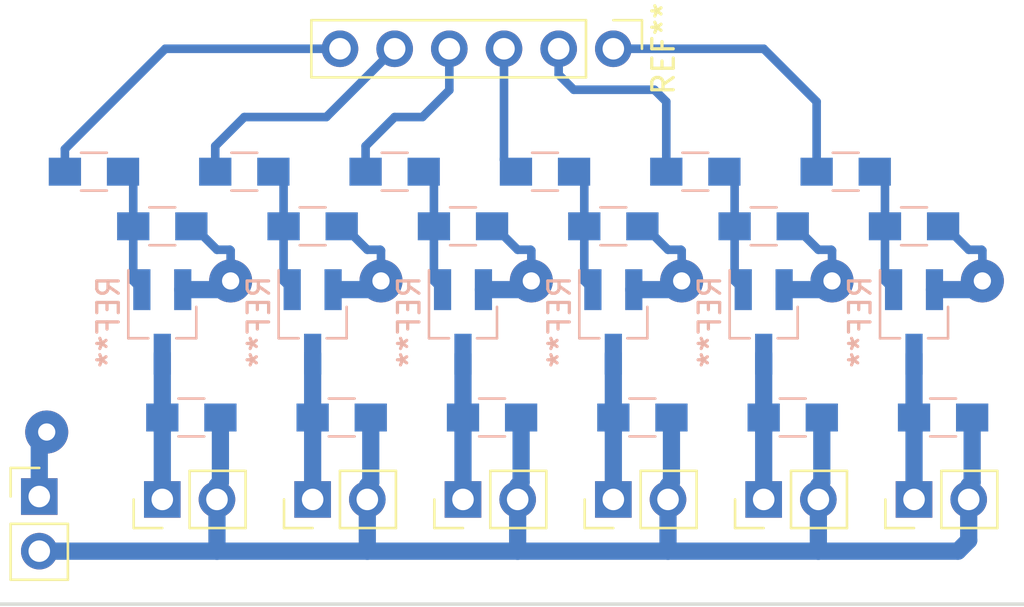
<source format=kicad_pcb>
(kicad_pcb (version 20171130) (host pcbnew "(5.0.2)-1")

  (general
    (thickness 1.6)
    (drawings 1)
    (tracks 146)
    (zones 0)
    (modules 32)
    (nets 1)
  )

  (page A4)
  (layers
    (0 F.Cu signal)
    (31 B.Cu signal)
    (32 B.Adhes user)
    (33 F.Adhes user)
    (34 B.Paste user)
    (35 F.Paste user)
    (36 B.SilkS user)
    (37 F.SilkS user)
    (38 B.Mask user)
    (39 F.Mask user)
    (40 Dwgs.User user)
    (41 Cmts.User user)
    (42 Eco1.User user)
    (43 Eco2.User user)
    (44 Edge.Cuts user hide)
    (45 Margin user)
    (46 B.CrtYd user)
    (47 F.CrtYd user)
    (48 B.Fab user)
    (49 F.Fab user)
  )

  (setup
    (last_trace_width 0.25)
    (user_trace_width 0.4)
    (user_trace_width 0.8)
    (trace_clearance 0.2)
    (zone_clearance 0.508)
    (zone_45_only no)
    (trace_min 0.2)
    (segment_width 0.2)
    (edge_width 0.15)
    (via_size 0.8)
    (via_drill 0.4)
    (via_min_size 0.4)
    (via_min_drill 0.3)
    (user_via 2 0.8)
    (uvia_size 0.3)
    (uvia_drill 0.1)
    (uvias_allowed no)
    (uvia_min_size 0.2)
    (uvia_min_drill 0.1)
    (pcb_text_width 0.3)
    (pcb_text_size 1.5 1.5)
    (mod_edge_width 0.15)
    (mod_text_size 1 1)
    (mod_text_width 0.15)
    (pad_size 1.7 1.7)
    (pad_drill 1)
    (pad_to_mask_clearance 0.2)
    (solder_mask_min_width 0.25)
    (aux_axis_origin 20 69)
    (visible_elements 7FFFFFFF)
    (pcbplotparams
      (layerselection 0x01000_fffffffe)
      (usegerberextensions false)
      (usegerberattributes false)
      (usegerberadvancedattributes false)
      (creategerberjobfile false)
      (excludeedgelayer true)
      (linewidth 0.150000)
      (plotframeref false)
      (viasonmask false)
      (mode 1)
      (useauxorigin true)
      (hpglpennumber 1)
      (hpglpenspeed 20)
      (hpglpendiameter 15.000000)
      (psnegative false)
      (psa4output false)
      (plotreference true)
      (plotvalue true)
      (plotinvisibletext false)
      (padsonsilk false)
      (subtractmaskfromsilk false)
      (outputformat 1)
      (mirror false)
      (drillshape 0)
      (scaleselection 1)
      (outputdirectory "./"))
  )

  (net 0 "")

  (net_class Default "This is the default net class."
    (clearance 0.2)
    (trace_width 0.25)
    (via_dia 0.8)
    (via_drill 0.4)
    (uvia_dia 0.3)
    (uvia_drill 0.1)
  )

  (module Pin_Headers:Pin_Header_Straight_1x06_Pitch2.54mm (layer F.Cu) (tedit 5BA63090) (tstamp 5BA61CE3)
    (at 60.325 43.18 270)
    (descr "Through hole straight pin header, 1x06, 2.54mm pitch, single row")
    (tags "Through hole pin header THT 1x06 2.54mm single row")
    (fp_text reference REF** (at 0 -2.33 270) (layer F.SilkS)
      (effects (font (size 1 1) (thickness 0.15)))
    )
    (fp_text value "" (at 0 15.03 270) (layer F.Fab)
      (effects (font (size 1 1) (thickness 0.15)))
    )
    (fp_line (start -0.635 -1.27) (end 1.27 -1.27) (layer F.Fab) (width 0.1))
    (fp_line (start 1.27 -1.27) (end 1.27 13.97) (layer F.Fab) (width 0.1))
    (fp_line (start 1.27 13.97) (end -1.27 13.97) (layer F.Fab) (width 0.1))
    (fp_line (start -1.27 13.97) (end -1.27 -0.635) (layer F.Fab) (width 0.1))
    (fp_line (start -1.27 -0.635) (end -0.635 -1.27) (layer F.Fab) (width 0.1))
    (fp_line (start -1.33 14.03) (end 1.33 14.03) (layer F.SilkS) (width 0.12))
    (fp_line (start -1.33 1.27) (end -1.33 14.03) (layer F.SilkS) (width 0.12))
    (fp_line (start 1.33 1.27) (end 1.33 14.03) (layer F.SilkS) (width 0.12))
    (fp_line (start -1.33 1.27) (end 1.33 1.27) (layer F.SilkS) (width 0.12))
    (fp_line (start -1.33 0) (end -1.33 -1.33) (layer F.SilkS) (width 0.12))
    (fp_line (start -1.33 -1.33) (end 0 -1.33) (layer F.SilkS) (width 0.12))
    (fp_line (start -1.8 -1.8) (end -1.8 14.5) (layer F.CrtYd) (width 0.05))
    (fp_line (start -1.8 14.5) (end 1.8 14.5) (layer F.CrtYd) (width 0.05))
    (fp_line (start 1.8 14.5) (end 1.8 -1.8) (layer F.CrtYd) (width 0.05))
    (fp_line (start 1.8 -1.8) (end -1.8 -1.8) (layer F.CrtYd) (width 0.05))
    (fp_text user %R (at 0 6.35) (layer F.Fab)
      (effects (font (size 1 1) (thickness 0.15)))
    )
    (pad 1 thru_hole circle (at 0 0 270) (size 1.7 1.7) (drill 1) (layers *.Cu *.Mask))
    (pad 2 thru_hole oval (at 0 2.54 270) (size 1.7 1.7) (drill 1) (layers *.Cu *.Mask))
    (pad 3 thru_hole oval (at 0 5.08 270) (size 1.7 1.7) (drill 1) (layers *.Cu *.Mask))
    (pad 4 thru_hole oval (at 0 7.62 270) (size 1.7 1.7) (drill 1) (layers *.Cu *.Mask))
    (pad 5 thru_hole oval (at 0 10.16 270) (size 1.7 1.7) (drill 1) (layers *.Cu *.Mask))
    (pad 6 thru_hole oval (at 0 12.7 270) (size 1.7 1.7) (drill 1) (layers *.Cu *.Mask))
    (model ${KISYS3DMOD}/Pin_Headers.3dshapes/Pin_Header_Straight_1x06_Pitch2.54mm.wrl
      (at (xyz 0 0 0))
      (scale (xyz 1 1 1))
      (rotate (xyz 0 0 0))
    )
  )

  (module Resistors_SMD:R_0805_HandSoldering (layer B.Cu) (tedit 5BA62CAA) (tstamp 5BA64790)
    (at 39.37 51.435)
    (descr "Resistor SMD 0805, hand soldering")
    (tags "resistor 0805")
    (attr smd)
    (fp_text reference "" (at 0 1.7) (layer B.SilkS)
      (effects (font (size 1 1) (thickness 0.15)) (justify mirror))
    )
    (fp_text value "" (at 0 -1.75) (layer B.Fab)
      (effects (font (size 1 1) (thickness 0.15)) (justify mirror))
    )
    (fp_line (start 2.35 -0.9) (end -2.35 -0.9) (layer B.CrtYd) (width 0.05))
    (fp_line (start 2.35 -0.9) (end 2.35 0.9) (layer B.CrtYd) (width 0.05))
    (fp_line (start -2.35 0.9) (end -2.35 -0.9) (layer B.CrtYd) (width 0.05))
    (fp_line (start -2.35 0.9) (end 2.35 0.9) (layer B.CrtYd) (width 0.05))
    (fp_line (start -0.6 0.88) (end 0.6 0.88) (layer B.SilkS) (width 0.12))
    (fp_line (start 0.6 -0.88) (end -0.6 -0.88) (layer B.SilkS) (width 0.12))
    (fp_line (start -1 0.62) (end 1 0.62) (layer B.Fab) (width 0.1))
    (fp_line (start 1 0.62) (end 1 -0.62) (layer B.Fab) (width 0.1))
    (fp_line (start 1 -0.62) (end -1 -0.62) (layer B.Fab) (width 0.1))
    (fp_line (start -1 -0.62) (end -1 0.62) (layer B.Fab) (width 0.1))
    (fp_text user %R (at 0 0) (layer B.Fab)
      (effects (font (size 0.5 0.5) (thickness 0.075)) (justify mirror))
    )
    (pad 2 smd rect (at 1.35 0) (size 1.5 1.3) (layers B.Cu B.Paste B.Mask))
    (pad 1 smd rect (at -1.35 0) (size 1.5 1.3) (layers B.Cu B.Paste B.Mask))
    (model ${KISYS3DMOD}/Resistors_SMD.3dshapes/R_0805.wrl
      (at (xyz 0 0 0))
      (scale (xyz 1 1 1))
      (rotate (xyz 0 0 0))
    )
  )

  (module Resistors_SMD:R_0805_HandSoldering (layer B.Cu) (tedit 5BA62CAA) (tstamp 5BA6477F)
    (at 43.18 48.895 180)
    (descr "Resistor SMD 0805, hand soldering")
    (tags "resistor 0805")
    (attr smd)
    (fp_text reference "" (at 0 1.7 180) (layer B.SilkS)
      (effects (font (size 1 1) (thickness 0.15)) (justify mirror))
    )
    (fp_text value "" (at 0 -1.75 180) (layer B.Fab)
      (effects (font (size 1 1) (thickness 0.15)) (justify mirror))
    )
    (fp_line (start 2.35 -0.9) (end -2.35 -0.9) (layer B.CrtYd) (width 0.05))
    (fp_line (start 2.35 -0.9) (end 2.35 0.9) (layer B.CrtYd) (width 0.05))
    (fp_line (start -2.35 0.9) (end -2.35 -0.9) (layer B.CrtYd) (width 0.05))
    (fp_line (start -2.35 0.9) (end 2.35 0.9) (layer B.CrtYd) (width 0.05))
    (fp_line (start -0.6 0.88) (end 0.6 0.88) (layer B.SilkS) (width 0.12))
    (fp_line (start 0.6 -0.88) (end -0.6 -0.88) (layer B.SilkS) (width 0.12))
    (fp_line (start -1 0.62) (end 1 0.62) (layer B.Fab) (width 0.1))
    (fp_line (start 1 0.62) (end 1 -0.62) (layer B.Fab) (width 0.1))
    (fp_line (start 1 -0.62) (end -1 -0.62) (layer B.Fab) (width 0.1))
    (fp_line (start -1 -0.62) (end -1 0.62) (layer B.Fab) (width 0.1))
    (fp_text user %R (at 0 0 180) (layer B.Fab)
      (effects (font (size 0.5 0.5) (thickness 0.075)) (justify mirror))
    )
    (pad 2 smd rect (at 1.35 0 180) (size 1.5 1.3) (layers B.Cu B.Paste B.Mask))
    (pad 1 smd rect (at -1.35 0 180) (size 1.5 1.3) (layers B.Cu B.Paste B.Mask))
    (model ${KISYS3DMOD}/Resistors_SMD.3dshapes/R_0805.wrl
      (at (xyz 0 0 0))
      (scale (xyz 1 1 1))
      (rotate (xyz 0 0 0))
    )
  )

  (module Resistors_SMD:R_0805_HandSoldering (layer B.Cu) (tedit 5BA62CAA) (tstamp 5BA6476F)
    (at 46.355 51.435)
    (descr "Resistor SMD 0805, hand soldering")
    (tags "resistor 0805")
    (attr smd)
    (fp_text reference "" (at 0 1.7) (layer B.SilkS)
      (effects (font (size 1 1) (thickness 0.15)) (justify mirror))
    )
    (fp_text value "" (at 0 -1.75) (layer B.Fab)
      (effects (font (size 1 1) (thickness 0.15)) (justify mirror))
    )
    (fp_text user %R (at 0 0) (layer B.Fab)
      (effects (font (size 0.5 0.5) (thickness 0.075)) (justify mirror))
    )
    (fp_line (start -1 -0.62) (end -1 0.62) (layer B.Fab) (width 0.1))
    (fp_line (start 1 -0.62) (end -1 -0.62) (layer B.Fab) (width 0.1))
    (fp_line (start 1 0.62) (end 1 -0.62) (layer B.Fab) (width 0.1))
    (fp_line (start -1 0.62) (end 1 0.62) (layer B.Fab) (width 0.1))
    (fp_line (start 0.6 -0.88) (end -0.6 -0.88) (layer B.SilkS) (width 0.12))
    (fp_line (start -0.6 0.88) (end 0.6 0.88) (layer B.SilkS) (width 0.12))
    (fp_line (start -2.35 0.9) (end 2.35 0.9) (layer B.CrtYd) (width 0.05))
    (fp_line (start -2.35 0.9) (end -2.35 -0.9) (layer B.CrtYd) (width 0.05))
    (fp_line (start 2.35 -0.9) (end 2.35 0.9) (layer B.CrtYd) (width 0.05))
    (fp_line (start 2.35 -0.9) (end -2.35 -0.9) (layer B.CrtYd) (width 0.05))
    (pad 1 smd rect (at -1.35 0) (size 1.5 1.3) (layers B.Cu B.Paste B.Mask))
    (pad 2 smd rect (at 1.35 0) (size 1.5 1.3) (layers B.Cu B.Paste B.Mask))
    (model ${KISYS3DMOD}/Resistors_SMD.3dshapes/R_0805.wrl
      (at (xyz 0 0 0))
      (scale (xyz 1 1 1))
      (rotate (xyz 0 0 0))
    )
  )

  (module Pin_Headers:Pin_Header_Straight_1x02_Pitch2.54mm (layer F.Cu) (tedit 5BA619E4) (tstamp 5BA64752)
    (at 46.355 64.135 90)
    (descr "Through hole straight pin header, 1x02, 2.54mm pitch, single row")
    (tags "Through hole pin header THT 1x02 2.54mm single row")
    (fp_text reference " " (at -0.5 -2.33 90) (layer F.SilkS)
      (effects (font (size 1 1) (thickness 0.15)))
    )
    (fp_text value "" (at 0 4.87 90) (layer F.Fab)
      (effects (font (size 1 1) (thickness 0.15)))
    )
    (fp_line (start -0.635 -1.27) (end 1.27 -1.27) (layer F.Fab) (width 0.1))
    (fp_line (start 1.27 -1.27) (end 1.27 3.81) (layer F.Fab) (width 0.1))
    (fp_line (start 1.27 3.81) (end -1.27 3.81) (layer F.Fab) (width 0.1))
    (fp_line (start -1.27 3.81) (end -1.27 -0.635) (layer F.Fab) (width 0.1))
    (fp_line (start -1.27 -0.635) (end -0.635 -1.27) (layer F.Fab) (width 0.1))
    (fp_line (start -1.33 3.87) (end 1.33 3.87) (layer F.SilkS) (width 0.12))
    (fp_line (start -1.33 1.27) (end -1.33 3.87) (layer F.SilkS) (width 0.12))
    (fp_line (start 1.33 1.27) (end 1.33 3.87) (layer F.SilkS) (width 0.12))
    (fp_line (start -1.33 1.27) (end 1.33 1.27) (layer F.SilkS) (width 0.12))
    (fp_line (start -1.33 0) (end -1.33 -1.33) (layer F.SilkS) (width 0.12))
    (fp_line (start -1.33 -1.33) (end 0 -1.33) (layer F.SilkS) (width 0.12))
    (fp_line (start -1.8 -1.8) (end -1.8 4.35) (layer F.CrtYd) (width 0.05))
    (fp_line (start -1.8 4.35) (end 1.8 4.35) (layer F.CrtYd) (width 0.05))
    (fp_line (start 1.8 4.35) (end 1.8 -1.8) (layer F.CrtYd) (width 0.05))
    (fp_line (start 1.8 -1.8) (end -1.8 -1.8) (layer F.CrtYd) (width 0.05))
    (fp_text user %R (at 0 1.27 180) (layer F.Fab)
      (effects (font (size 1 1) (thickness 0.15)))
    )
    (pad 1 thru_hole rect (at 0 0 90) (size 1.7 1.7) (drill 1) (layers *.Cu *.Mask))
    (pad 2 thru_hole oval (at 0 2.54 90) (size 1.7 1.7) (drill 1) (layers *.Cu *.Mask))
    (model ${KISYS3DMOD}/Pin_Headers.3dshapes/Pin_Header_Straight_1x02_Pitch2.54mm.wrl
      (at (xyz 0 0 0))
      (scale (xyz 1 1 1))
      (rotate (xyz 0 0 0))
    )
  )

  (module Resistors_SMD:R_0805_HandSoldering (layer B.Cu) (tedit 5BA62CAA) (tstamp 5BA6473D)
    (at 47.705 60.325 180)
    (descr "Resistor SMD 0805, hand soldering")
    (tags "resistor 0805")
    (attr smd)
    (fp_text reference "" (at 0 1.7 180) (layer B.SilkS)
      (effects (font (size 1 1) (thickness 0.15)) (justify mirror))
    )
    (fp_text value "" (at 0 -1.75 180) (layer B.Fab)
      (effects (font (size 1 1) (thickness 0.15)) (justify mirror))
    )
    (fp_text user %R (at 0 0 180) (layer B.Fab)
      (effects (font (size 0.5 0.5) (thickness 0.075)) (justify mirror))
    )
    (fp_line (start -1 -0.62) (end -1 0.62) (layer B.Fab) (width 0.1))
    (fp_line (start 1 -0.62) (end -1 -0.62) (layer B.Fab) (width 0.1))
    (fp_line (start 1 0.62) (end 1 -0.62) (layer B.Fab) (width 0.1))
    (fp_line (start -1 0.62) (end 1 0.62) (layer B.Fab) (width 0.1))
    (fp_line (start 0.6 -0.88) (end -0.6 -0.88) (layer B.SilkS) (width 0.12))
    (fp_line (start -0.6 0.88) (end 0.6 0.88) (layer B.SilkS) (width 0.12))
    (fp_line (start -2.35 0.9) (end 2.35 0.9) (layer B.CrtYd) (width 0.05))
    (fp_line (start -2.35 0.9) (end -2.35 -0.9) (layer B.CrtYd) (width 0.05))
    (fp_line (start 2.35 -0.9) (end 2.35 0.9) (layer B.CrtYd) (width 0.05))
    (fp_line (start 2.35 -0.9) (end -2.35 -0.9) (layer B.CrtYd) (width 0.05))
    (pad 1 smd rect (at -1.35 0 180) (size 1.5 1.3) (layers B.Cu B.Paste B.Mask))
    (pad 2 smd rect (at 1.35 0 180) (size 1.5 1.3) (layers B.Cu B.Paste B.Mask))
    (model ${KISYS3DMOD}/Resistors_SMD.3dshapes/R_0805.wrl
      (at (xyz 0 0 0))
      (scale (xyz 1 1 1))
      (rotate (xyz 0 0 0))
    )
  )

  (module TO_SOT_Packages_SMD:SOT-23_Handsoldering (layer B.Cu) (tedit 5BA62A0C) (tstamp 5BA64728)
    (at 39.37 55.88 270)
    (descr "SOT-23, Handsoldering")
    (tags SOT-23)
    (attr smd)
    (fp_text reference REF** (at 0 2.5 270) (layer B.SilkS)
      (effects (font (size 1 1) (thickness 0.15)) (justify mirror))
    )
    (fp_text value "" (at 0 -2.5 270) (layer B.Fab)
      (effects (font (size 1 1) (thickness 0.15)) (justify mirror))
    )
    (fp_line (start 0.76 -1.58) (end -0.7 -1.58) (layer B.SilkS) (width 0.12))
    (fp_line (start -0.7 -1.52) (end 0.7 -1.52) (layer B.Fab) (width 0.1))
    (fp_line (start 0.7 1.52) (end 0.7 -1.52) (layer B.Fab) (width 0.1))
    (fp_line (start -0.7 0.95) (end -0.15 1.52) (layer B.Fab) (width 0.1))
    (fp_line (start -0.15 1.52) (end 0.7 1.52) (layer B.Fab) (width 0.1))
    (fp_line (start -0.7 0.95) (end -0.7 -1.5) (layer B.Fab) (width 0.1))
    (fp_line (start 0.76 1.58) (end -2.4 1.58) (layer B.SilkS) (width 0.12))
    (fp_line (start -2.7 -1.75) (end -2.7 1.75) (layer B.CrtYd) (width 0.05))
    (fp_line (start 2.7 -1.75) (end -2.7 -1.75) (layer B.CrtYd) (width 0.05))
    (fp_line (start 2.7 1.75) (end 2.7 -1.75) (layer B.CrtYd) (width 0.05))
    (fp_line (start -2.7 1.75) (end 2.7 1.75) (layer B.CrtYd) (width 0.05))
    (fp_line (start 0.76 1.58) (end 0.76 0.65) (layer B.SilkS) (width 0.12))
    (fp_line (start 0.76 -1.58) (end 0.76 -0.65) (layer B.SilkS) (width 0.12))
    (fp_text user %R (at 0 0 180) (layer B.Fab)
      (effects (font (size 0.5 0.5) (thickness 0.075)) (justify mirror))
    )
    (pad D smd rect (at 1.5 0 270) (size 1.9 0.8) (layers B.Cu B.Paste B.Mask))
    (pad S smd rect (at -1.5 -0.95 270) (size 1.9 0.8) (layers B.Cu B.Paste B.Mask))
    (pad G smd rect (at -1.5 0.95 270) (size 1.9 0.8) (layers B.Cu B.Paste B.Mask))
    (model ${KISYS3DMOD}/TO_SOT_Packages_SMD.3dshapes\SOT-23.wrl
      (at (xyz 0 0 0))
      (scale (xyz 1 1 1))
      (rotate (xyz 0 0 0))
    )
  )

  (module Resistors_SMD:R_0805_HandSoldering (layer B.Cu) (tedit 5BA62CAA) (tstamp 5BA64716)
    (at 36.195 48.895 180)
    (descr "Resistor SMD 0805, hand soldering")
    (tags "resistor 0805")
    (attr smd)
    (fp_text reference "" (at 0 1.7 180) (layer B.SilkS)
      (effects (font (size 1 1) (thickness 0.15)) (justify mirror))
    )
    (fp_text value "" (at 0 -1.75 180) (layer B.Fab)
      (effects (font (size 1 1) (thickness 0.15)) (justify mirror))
    )
    (fp_text user %R (at 0 0 180) (layer B.Fab)
      (effects (font (size 0.5 0.5) (thickness 0.075)) (justify mirror))
    )
    (fp_line (start -1 -0.62) (end -1 0.62) (layer B.Fab) (width 0.1))
    (fp_line (start 1 -0.62) (end -1 -0.62) (layer B.Fab) (width 0.1))
    (fp_line (start 1 0.62) (end 1 -0.62) (layer B.Fab) (width 0.1))
    (fp_line (start -1 0.62) (end 1 0.62) (layer B.Fab) (width 0.1))
    (fp_line (start 0.6 -0.88) (end -0.6 -0.88) (layer B.SilkS) (width 0.12))
    (fp_line (start -0.6 0.88) (end 0.6 0.88) (layer B.SilkS) (width 0.12))
    (fp_line (start -2.35 0.9) (end 2.35 0.9) (layer B.CrtYd) (width 0.05))
    (fp_line (start -2.35 0.9) (end -2.35 -0.9) (layer B.CrtYd) (width 0.05))
    (fp_line (start 2.35 -0.9) (end 2.35 0.9) (layer B.CrtYd) (width 0.05))
    (fp_line (start 2.35 -0.9) (end -2.35 -0.9) (layer B.CrtYd) (width 0.05))
    (pad 1 smd rect (at -1.35 0 180) (size 1.5 1.3) (layers B.Cu B.Paste B.Mask))
    (pad 2 smd rect (at 1.35 0 180) (size 1.5 1.3) (layers B.Cu B.Paste B.Mask))
    (model ${KISYS3DMOD}/Resistors_SMD.3dshapes/R_0805.wrl
      (at (xyz 0 0 0))
      (scale (xyz 1 1 1))
      (rotate (xyz 0 0 0))
    )
  )

  (module TO_SOT_Packages_SMD:SOT-23_Handsoldering (layer B.Cu) (tedit 5BA62A0C) (tstamp 5BA646F8)
    (at 46.355 55.88 270)
    (descr "SOT-23, Handsoldering")
    (tags SOT-23)
    (attr smd)
    (fp_text reference REF** (at 0 2.5 270) (layer B.SilkS)
      (effects (font (size 1 1) (thickness 0.15)) (justify mirror))
    )
    (fp_text value "" (at 0 -2.5 270) (layer B.Fab)
      (effects (font (size 1 1) (thickness 0.15)) (justify mirror))
    )
    (fp_text user %R (at 0 0 180) (layer B.Fab)
      (effects (font (size 0.5 0.5) (thickness 0.075)) (justify mirror))
    )
    (fp_line (start 0.76 -1.58) (end 0.76 -0.65) (layer B.SilkS) (width 0.12))
    (fp_line (start 0.76 1.58) (end 0.76 0.65) (layer B.SilkS) (width 0.12))
    (fp_line (start -2.7 1.75) (end 2.7 1.75) (layer B.CrtYd) (width 0.05))
    (fp_line (start 2.7 1.75) (end 2.7 -1.75) (layer B.CrtYd) (width 0.05))
    (fp_line (start 2.7 -1.75) (end -2.7 -1.75) (layer B.CrtYd) (width 0.05))
    (fp_line (start -2.7 -1.75) (end -2.7 1.75) (layer B.CrtYd) (width 0.05))
    (fp_line (start 0.76 1.58) (end -2.4 1.58) (layer B.SilkS) (width 0.12))
    (fp_line (start -0.7 0.95) (end -0.7 -1.5) (layer B.Fab) (width 0.1))
    (fp_line (start -0.15 1.52) (end 0.7 1.52) (layer B.Fab) (width 0.1))
    (fp_line (start -0.7 0.95) (end -0.15 1.52) (layer B.Fab) (width 0.1))
    (fp_line (start 0.7 1.52) (end 0.7 -1.52) (layer B.Fab) (width 0.1))
    (fp_line (start -0.7 -1.52) (end 0.7 -1.52) (layer B.Fab) (width 0.1))
    (fp_line (start 0.76 -1.58) (end -0.7 -1.58) (layer B.SilkS) (width 0.12))
    (pad G smd rect (at -1.5 0.95 270) (size 1.9 0.8) (layers B.Cu B.Paste B.Mask))
    (pad S smd rect (at -1.5 -0.95 270) (size 1.9 0.8) (layers B.Cu B.Paste B.Mask))
    (pad D smd rect (at 1.5 0 270) (size 1.9 0.8) (layers B.Cu B.Paste B.Mask))
    (model ${KISYS3DMOD}/TO_SOT_Packages_SMD.3dshapes\SOT-23.wrl
      (at (xyz 0 0 0))
      (scale (xyz 1 1 1))
      (rotate (xyz 0 0 0))
    )
  )

  (module Pin_Headers:Pin_Header_Straight_1x02_Pitch2.54mm (layer F.Cu) (tedit 5BA619E4) (tstamp 5BA646E0)
    (at 39.37 64.135 90)
    (descr "Through hole straight pin header, 1x02, 2.54mm pitch, single row")
    (tags "Through hole pin header THT 1x02 2.54mm single row")
    (fp_text reference " " (at -0.5 -2.33 90) (layer F.SilkS)
      (effects (font (size 1 1) (thickness 0.15)))
    )
    (fp_text value "" (at 0 4.87 90) (layer F.Fab)
      (effects (font (size 1 1) (thickness 0.15)))
    )
    (fp_text user %R (at 0 1.27 180) (layer F.Fab)
      (effects (font (size 1 1) (thickness 0.15)))
    )
    (fp_line (start 1.8 -1.8) (end -1.8 -1.8) (layer F.CrtYd) (width 0.05))
    (fp_line (start 1.8 4.35) (end 1.8 -1.8) (layer F.CrtYd) (width 0.05))
    (fp_line (start -1.8 4.35) (end 1.8 4.35) (layer F.CrtYd) (width 0.05))
    (fp_line (start -1.8 -1.8) (end -1.8 4.35) (layer F.CrtYd) (width 0.05))
    (fp_line (start -1.33 -1.33) (end 0 -1.33) (layer F.SilkS) (width 0.12))
    (fp_line (start -1.33 0) (end -1.33 -1.33) (layer F.SilkS) (width 0.12))
    (fp_line (start -1.33 1.27) (end 1.33 1.27) (layer F.SilkS) (width 0.12))
    (fp_line (start 1.33 1.27) (end 1.33 3.87) (layer F.SilkS) (width 0.12))
    (fp_line (start -1.33 1.27) (end -1.33 3.87) (layer F.SilkS) (width 0.12))
    (fp_line (start -1.33 3.87) (end 1.33 3.87) (layer F.SilkS) (width 0.12))
    (fp_line (start -1.27 -0.635) (end -0.635 -1.27) (layer F.Fab) (width 0.1))
    (fp_line (start -1.27 3.81) (end -1.27 -0.635) (layer F.Fab) (width 0.1))
    (fp_line (start 1.27 3.81) (end -1.27 3.81) (layer F.Fab) (width 0.1))
    (fp_line (start 1.27 -1.27) (end 1.27 3.81) (layer F.Fab) (width 0.1))
    (fp_line (start -0.635 -1.27) (end 1.27 -1.27) (layer F.Fab) (width 0.1))
    (pad 2 thru_hole oval (at 0 2.54 90) (size 1.7 1.7) (drill 1) (layers *.Cu *.Mask))
    (pad 1 thru_hole rect (at 0 0 90) (size 1.7 1.7) (drill 1) (layers *.Cu *.Mask))
    (model ${KISYS3DMOD}/Pin_Headers.3dshapes/Pin_Header_Straight_1x02_Pitch2.54mm.wrl
      (at (xyz 0 0 0))
      (scale (xyz 1 1 1))
      (rotate (xyz 0 0 0))
    )
  )

  (module Resistors_SMD:R_0805_HandSoldering (layer B.Cu) (tedit 5BA62CAA) (tstamp 5BA646CA)
    (at 40.72 60.325 180)
    (descr "Resistor SMD 0805, hand soldering")
    (tags "resistor 0805")
    (attr smd)
    (fp_text reference "" (at 0 1.7 180) (layer B.SilkS)
      (effects (font (size 1 1) (thickness 0.15)) (justify mirror))
    )
    (fp_text value "" (at 0 -1.75 180) (layer B.Fab)
      (effects (font (size 1 1) (thickness 0.15)) (justify mirror))
    )
    (fp_line (start 2.35 -0.9) (end -2.35 -0.9) (layer B.CrtYd) (width 0.05))
    (fp_line (start 2.35 -0.9) (end 2.35 0.9) (layer B.CrtYd) (width 0.05))
    (fp_line (start -2.35 0.9) (end -2.35 -0.9) (layer B.CrtYd) (width 0.05))
    (fp_line (start -2.35 0.9) (end 2.35 0.9) (layer B.CrtYd) (width 0.05))
    (fp_line (start -0.6 0.88) (end 0.6 0.88) (layer B.SilkS) (width 0.12))
    (fp_line (start 0.6 -0.88) (end -0.6 -0.88) (layer B.SilkS) (width 0.12))
    (fp_line (start -1 0.62) (end 1 0.62) (layer B.Fab) (width 0.1))
    (fp_line (start 1 0.62) (end 1 -0.62) (layer B.Fab) (width 0.1))
    (fp_line (start 1 -0.62) (end -1 -0.62) (layer B.Fab) (width 0.1))
    (fp_line (start -1 -0.62) (end -1 0.62) (layer B.Fab) (width 0.1))
    (fp_text user %R (at 0 0 180) (layer B.Fab)
      (effects (font (size 0.5 0.5) (thickness 0.075)) (justify mirror))
    )
    (pad 2 smd rect (at 1.35 0 180) (size 1.5 1.3) (layers B.Cu B.Paste B.Mask))
    (pad 1 smd rect (at -1.35 0 180) (size 1.5 1.3) (layers B.Cu B.Paste B.Mask))
    (model ${KISYS3DMOD}/Resistors_SMD.3dshapes/R_0805.wrl
      (at (xyz 0 0 0))
      (scale (xyz 1 1 1))
      (rotate (xyz 0 0 0))
    )
  )

  (module Resistors_SMD:R_0805_HandSoldering (layer B.Cu) (tedit 5BA62CAA) (tstamp 5BA645E1)
    (at 54.69 60.325 180)
    (descr "Resistor SMD 0805, hand soldering")
    (tags "resistor 0805")
    (attr smd)
    (fp_text reference "" (at 0 1.7 180) (layer B.SilkS)
      (effects (font (size 1 1) (thickness 0.15)) (justify mirror))
    )
    (fp_text value "" (at 0 -1.75 180) (layer B.Fab)
      (effects (font (size 1 1) (thickness 0.15)) (justify mirror))
    )
    (fp_text user %R (at 0 0 180) (layer B.Fab)
      (effects (font (size 0.5 0.5) (thickness 0.075)) (justify mirror))
    )
    (fp_line (start -1 -0.62) (end -1 0.62) (layer B.Fab) (width 0.1))
    (fp_line (start 1 -0.62) (end -1 -0.62) (layer B.Fab) (width 0.1))
    (fp_line (start 1 0.62) (end 1 -0.62) (layer B.Fab) (width 0.1))
    (fp_line (start -1 0.62) (end 1 0.62) (layer B.Fab) (width 0.1))
    (fp_line (start 0.6 -0.88) (end -0.6 -0.88) (layer B.SilkS) (width 0.12))
    (fp_line (start -0.6 0.88) (end 0.6 0.88) (layer B.SilkS) (width 0.12))
    (fp_line (start -2.35 0.9) (end 2.35 0.9) (layer B.CrtYd) (width 0.05))
    (fp_line (start -2.35 0.9) (end -2.35 -0.9) (layer B.CrtYd) (width 0.05))
    (fp_line (start 2.35 -0.9) (end 2.35 0.9) (layer B.CrtYd) (width 0.05))
    (fp_line (start 2.35 -0.9) (end -2.35 -0.9) (layer B.CrtYd) (width 0.05))
    (pad 1 smd rect (at -1.35 0 180) (size 1.5 1.3) (layers B.Cu B.Paste B.Mask))
    (pad 2 smd rect (at 1.35 0 180) (size 1.5 1.3) (layers B.Cu B.Paste B.Mask))
    (model ${KISYS3DMOD}/Resistors_SMD.3dshapes/R_0805.wrl
      (at (xyz 0 0 0))
      (scale (xyz 1 1 1))
      (rotate (xyz 0 0 0))
    )
  )

  (module Resistors_SMD:R_0805_HandSoldering (layer B.Cu) (tedit 5BA62CAA) (tstamp 5BA645D1)
    (at 60.325 51.435)
    (descr "Resistor SMD 0805, hand soldering")
    (tags "resistor 0805")
    (attr smd)
    (fp_text reference "" (at 0 1.7) (layer B.SilkS)
      (effects (font (size 1 1) (thickness 0.15)) (justify mirror))
    )
    (fp_text value "" (at 0 -1.75) (layer B.Fab)
      (effects (font (size 1 1) (thickness 0.15)) (justify mirror))
    )
    (fp_line (start 2.35 -0.9) (end -2.35 -0.9) (layer B.CrtYd) (width 0.05))
    (fp_line (start 2.35 -0.9) (end 2.35 0.9) (layer B.CrtYd) (width 0.05))
    (fp_line (start -2.35 0.9) (end -2.35 -0.9) (layer B.CrtYd) (width 0.05))
    (fp_line (start -2.35 0.9) (end 2.35 0.9) (layer B.CrtYd) (width 0.05))
    (fp_line (start -0.6 0.88) (end 0.6 0.88) (layer B.SilkS) (width 0.12))
    (fp_line (start 0.6 -0.88) (end -0.6 -0.88) (layer B.SilkS) (width 0.12))
    (fp_line (start -1 0.62) (end 1 0.62) (layer B.Fab) (width 0.1))
    (fp_line (start 1 0.62) (end 1 -0.62) (layer B.Fab) (width 0.1))
    (fp_line (start 1 -0.62) (end -1 -0.62) (layer B.Fab) (width 0.1))
    (fp_line (start -1 -0.62) (end -1 0.62) (layer B.Fab) (width 0.1))
    (fp_text user %R (at 0 0) (layer B.Fab)
      (effects (font (size 0.5 0.5) (thickness 0.075)) (justify mirror))
    )
    (pad 2 smd rect (at 1.35 0) (size 1.5 1.3) (layers B.Cu B.Paste B.Mask))
    (pad 1 smd rect (at -1.35 0) (size 1.5 1.3) (layers B.Cu B.Paste B.Mask))
    (model ${KISYS3DMOD}/Resistors_SMD.3dshapes/R_0805.wrl
      (at (xyz 0 0 0))
      (scale (xyz 1 1 1))
      (rotate (xyz 0 0 0))
    )
  )

  (module Resistors_SMD:R_0805_HandSoldering (layer B.Cu) (tedit 5BA62CAA) (tstamp 5BA645BA)
    (at 61.675 60.325 180)
    (descr "Resistor SMD 0805, hand soldering")
    (tags "resistor 0805")
    (attr smd)
    (fp_text reference "" (at 0 1.7 180) (layer B.SilkS)
      (effects (font (size 1 1) (thickness 0.15)) (justify mirror))
    )
    (fp_text value "" (at 0 -1.75 180) (layer B.Fab)
      (effects (font (size 1 1) (thickness 0.15)) (justify mirror))
    )
    (fp_line (start 2.35 -0.9) (end -2.35 -0.9) (layer B.CrtYd) (width 0.05))
    (fp_line (start 2.35 -0.9) (end 2.35 0.9) (layer B.CrtYd) (width 0.05))
    (fp_line (start -2.35 0.9) (end -2.35 -0.9) (layer B.CrtYd) (width 0.05))
    (fp_line (start -2.35 0.9) (end 2.35 0.9) (layer B.CrtYd) (width 0.05))
    (fp_line (start -0.6 0.88) (end 0.6 0.88) (layer B.SilkS) (width 0.12))
    (fp_line (start 0.6 -0.88) (end -0.6 -0.88) (layer B.SilkS) (width 0.12))
    (fp_line (start -1 0.62) (end 1 0.62) (layer B.Fab) (width 0.1))
    (fp_line (start 1 0.62) (end 1 -0.62) (layer B.Fab) (width 0.1))
    (fp_line (start 1 -0.62) (end -1 -0.62) (layer B.Fab) (width 0.1))
    (fp_line (start -1 -0.62) (end -1 0.62) (layer B.Fab) (width 0.1))
    (fp_text user %R (at 0 0 180) (layer B.Fab)
      (effects (font (size 0.5 0.5) (thickness 0.075)) (justify mirror))
    )
    (pad 2 smd rect (at 1.35 0 180) (size 1.5 1.3) (layers B.Cu B.Paste B.Mask))
    (pad 1 smd rect (at -1.35 0 180) (size 1.5 1.3) (layers B.Cu B.Paste B.Mask))
    (model ${KISYS3DMOD}/Resistors_SMD.3dshapes/R_0805.wrl
      (at (xyz 0 0 0))
      (scale (xyz 1 1 1))
      (rotate (xyz 0 0 0))
    )
  )

  (module Pin_Headers:Pin_Header_Straight_1x02_Pitch2.54mm (layer F.Cu) (tedit 5BA619E4) (tstamp 5BA645A3)
    (at 53.34 64.135 90)
    (descr "Through hole straight pin header, 1x02, 2.54mm pitch, single row")
    (tags "Through hole pin header THT 1x02 2.54mm single row")
    (fp_text reference " " (at -0.5 -2.33 90) (layer F.SilkS)
      (effects (font (size 1 1) (thickness 0.15)))
    )
    (fp_text value "" (at 0 4.87 90) (layer F.Fab)
      (effects (font (size 1 1) (thickness 0.15)))
    )
    (fp_line (start -0.635 -1.27) (end 1.27 -1.27) (layer F.Fab) (width 0.1))
    (fp_line (start 1.27 -1.27) (end 1.27 3.81) (layer F.Fab) (width 0.1))
    (fp_line (start 1.27 3.81) (end -1.27 3.81) (layer F.Fab) (width 0.1))
    (fp_line (start -1.27 3.81) (end -1.27 -0.635) (layer F.Fab) (width 0.1))
    (fp_line (start -1.27 -0.635) (end -0.635 -1.27) (layer F.Fab) (width 0.1))
    (fp_line (start -1.33 3.87) (end 1.33 3.87) (layer F.SilkS) (width 0.12))
    (fp_line (start -1.33 1.27) (end -1.33 3.87) (layer F.SilkS) (width 0.12))
    (fp_line (start 1.33 1.27) (end 1.33 3.87) (layer F.SilkS) (width 0.12))
    (fp_line (start -1.33 1.27) (end 1.33 1.27) (layer F.SilkS) (width 0.12))
    (fp_line (start -1.33 0) (end -1.33 -1.33) (layer F.SilkS) (width 0.12))
    (fp_line (start -1.33 -1.33) (end 0 -1.33) (layer F.SilkS) (width 0.12))
    (fp_line (start -1.8 -1.8) (end -1.8 4.35) (layer F.CrtYd) (width 0.05))
    (fp_line (start -1.8 4.35) (end 1.8 4.35) (layer F.CrtYd) (width 0.05))
    (fp_line (start 1.8 4.35) (end 1.8 -1.8) (layer F.CrtYd) (width 0.05))
    (fp_line (start 1.8 -1.8) (end -1.8 -1.8) (layer F.CrtYd) (width 0.05))
    (fp_text user %R (at 0 1.27 180) (layer F.Fab)
      (effects (font (size 1 1) (thickness 0.15)))
    )
    (pad 1 thru_hole rect (at 0 0 90) (size 1.7 1.7) (drill 1) (layers *.Cu *.Mask))
    (pad 2 thru_hole oval (at 0 2.54 90) (size 1.7 1.7) (drill 1) (layers *.Cu *.Mask))
    (model ${KISYS3DMOD}/Pin_Headers.3dshapes/Pin_Header_Straight_1x02_Pitch2.54mm.wrl
      (at (xyz 0 0 0))
      (scale (xyz 1 1 1))
      (rotate (xyz 0 0 0))
    )
  )

  (module Resistors_SMD:R_0805_HandSoldering (layer B.Cu) (tedit 5BA62CAA) (tstamp 5BA64592)
    (at 57.15 48.895 180)
    (descr "Resistor SMD 0805, hand soldering")
    (tags "resistor 0805")
    (attr smd)
    (fp_text reference "" (at 0 1.7 180) (layer B.SilkS)
      (effects (font (size 1 1) (thickness 0.15)) (justify mirror))
    )
    (fp_text value "" (at 0 -1.75 180) (layer B.Fab)
      (effects (font (size 1 1) (thickness 0.15)) (justify mirror))
    )
    (fp_text user %R (at 0 0 180) (layer B.Fab)
      (effects (font (size 0.5 0.5) (thickness 0.075)) (justify mirror))
    )
    (fp_line (start -1 -0.62) (end -1 0.62) (layer B.Fab) (width 0.1))
    (fp_line (start 1 -0.62) (end -1 -0.62) (layer B.Fab) (width 0.1))
    (fp_line (start 1 0.62) (end 1 -0.62) (layer B.Fab) (width 0.1))
    (fp_line (start -1 0.62) (end 1 0.62) (layer B.Fab) (width 0.1))
    (fp_line (start 0.6 -0.88) (end -0.6 -0.88) (layer B.SilkS) (width 0.12))
    (fp_line (start -0.6 0.88) (end 0.6 0.88) (layer B.SilkS) (width 0.12))
    (fp_line (start -2.35 0.9) (end 2.35 0.9) (layer B.CrtYd) (width 0.05))
    (fp_line (start -2.35 0.9) (end -2.35 -0.9) (layer B.CrtYd) (width 0.05))
    (fp_line (start 2.35 -0.9) (end 2.35 0.9) (layer B.CrtYd) (width 0.05))
    (fp_line (start 2.35 -0.9) (end -2.35 -0.9) (layer B.CrtYd) (width 0.05))
    (pad 1 smd rect (at -1.35 0 180) (size 1.5 1.3) (layers B.Cu B.Paste B.Mask))
    (pad 2 smd rect (at 1.35 0 180) (size 1.5 1.3) (layers B.Cu B.Paste B.Mask))
    (model ${KISYS3DMOD}/Resistors_SMD.3dshapes/R_0805.wrl
      (at (xyz 0 0 0))
      (scale (xyz 1 1 1))
      (rotate (xyz 0 0 0))
    )
  )

  (module Pin_Headers:Pin_Header_Straight_1x02_Pitch2.54mm (layer F.Cu) (tedit 5BA619E4) (tstamp 5BA6457B)
    (at 60.325 64.135 90)
    (descr "Through hole straight pin header, 1x02, 2.54mm pitch, single row")
    (tags "Through hole pin header THT 1x02 2.54mm single row")
    (fp_text reference " " (at -0.5 -2.33 90) (layer F.SilkS)
      (effects (font (size 1 1) (thickness 0.15)))
    )
    (fp_text value "" (at 0 4.87 90) (layer F.Fab)
      (effects (font (size 1 1) (thickness 0.15)))
    )
    (fp_text user %R (at 0 1.27 180) (layer F.Fab)
      (effects (font (size 1 1) (thickness 0.15)))
    )
    (fp_line (start 1.8 -1.8) (end -1.8 -1.8) (layer F.CrtYd) (width 0.05))
    (fp_line (start 1.8 4.35) (end 1.8 -1.8) (layer F.CrtYd) (width 0.05))
    (fp_line (start -1.8 4.35) (end 1.8 4.35) (layer F.CrtYd) (width 0.05))
    (fp_line (start -1.8 -1.8) (end -1.8 4.35) (layer F.CrtYd) (width 0.05))
    (fp_line (start -1.33 -1.33) (end 0 -1.33) (layer F.SilkS) (width 0.12))
    (fp_line (start -1.33 0) (end -1.33 -1.33) (layer F.SilkS) (width 0.12))
    (fp_line (start -1.33 1.27) (end 1.33 1.27) (layer F.SilkS) (width 0.12))
    (fp_line (start 1.33 1.27) (end 1.33 3.87) (layer F.SilkS) (width 0.12))
    (fp_line (start -1.33 1.27) (end -1.33 3.87) (layer F.SilkS) (width 0.12))
    (fp_line (start -1.33 3.87) (end 1.33 3.87) (layer F.SilkS) (width 0.12))
    (fp_line (start -1.27 -0.635) (end -0.635 -1.27) (layer F.Fab) (width 0.1))
    (fp_line (start -1.27 3.81) (end -1.27 -0.635) (layer F.Fab) (width 0.1))
    (fp_line (start 1.27 3.81) (end -1.27 3.81) (layer F.Fab) (width 0.1))
    (fp_line (start 1.27 -1.27) (end 1.27 3.81) (layer F.Fab) (width 0.1))
    (fp_line (start -0.635 -1.27) (end 1.27 -1.27) (layer F.Fab) (width 0.1))
    (pad 2 thru_hole oval (at 0 2.54 90) (size 1.7 1.7) (drill 1) (layers *.Cu *.Mask))
    (pad 1 thru_hole rect (at 0 0 90) (size 1.7 1.7) (drill 1) (layers *.Cu *.Mask))
    (model ${KISYS3DMOD}/Pin_Headers.3dshapes/Pin_Header_Straight_1x02_Pitch2.54mm.wrl
      (at (xyz 0 0 0))
      (scale (xyz 1 1 1))
      (rotate (xyz 0 0 0))
    )
  )

  (module Resistors_SMD:R_0805_HandSoldering (layer B.Cu) (tedit 5BA62CAA) (tstamp 5BA6456B)
    (at 50.165 48.895 180)
    (descr "Resistor SMD 0805, hand soldering")
    (tags "resistor 0805")
    (attr smd)
    (fp_text reference "" (at 0 1.7 180) (layer B.SilkS)
      (effects (font (size 1 1) (thickness 0.15)) (justify mirror))
    )
    (fp_text value "" (at 0 -1.75 180) (layer B.Fab)
      (effects (font (size 1 1) (thickness 0.15)) (justify mirror))
    )
    (fp_line (start 2.35 -0.9) (end -2.35 -0.9) (layer B.CrtYd) (width 0.05))
    (fp_line (start 2.35 -0.9) (end 2.35 0.9) (layer B.CrtYd) (width 0.05))
    (fp_line (start -2.35 0.9) (end -2.35 -0.9) (layer B.CrtYd) (width 0.05))
    (fp_line (start -2.35 0.9) (end 2.35 0.9) (layer B.CrtYd) (width 0.05))
    (fp_line (start -0.6 0.88) (end 0.6 0.88) (layer B.SilkS) (width 0.12))
    (fp_line (start 0.6 -0.88) (end -0.6 -0.88) (layer B.SilkS) (width 0.12))
    (fp_line (start -1 0.62) (end 1 0.62) (layer B.Fab) (width 0.1))
    (fp_line (start 1 0.62) (end 1 -0.62) (layer B.Fab) (width 0.1))
    (fp_line (start 1 -0.62) (end -1 -0.62) (layer B.Fab) (width 0.1))
    (fp_line (start -1 -0.62) (end -1 0.62) (layer B.Fab) (width 0.1))
    (fp_text user %R (at 0 0 180) (layer B.Fab)
      (effects (font (size 0.5 0.5) (thickness 0.075)) (justify mirror))
    )
    (pad 2 smd rect (at 1.35 0 180) (size 1.5 1.3) (layers B.Cu B.Paste B.Mask))
    (pad 1 smd rect (at -1.35 0 180) (size 1.5 1.3) (layers B.Cu B.Paste B.Mask))
    (model ${KISYS3DMOD}/Resistors_SMD.3dshapes/R_0805.wrl
      (at (xyz 0 0 0))
      (scale (xyz 1 1 1))
      (rotate (xyz 0 0 0))
    )
  )

  (module TO_SOT_Packages_SMD:SOT-23_Handsoldering (layer B.Cu) (tedit 5BA62A0C) (tstamp 5BA64555)
    (at 53.34 55.88 270)
    (descr "SOT-23, Handsoldering")
    (tags SOT-23)
    (attr smd)
    (fp_text reference REF** (at 0 2.5 270) (layer B.SilkS)
      (effects (font (size 1 1) (thickness 0.15)) (justify mirror))
    )
    (fp_text value "" (at 0 -2.5 270) (layer B.Fab)
      (effects (font (size 1 1) (thickness 0.15)) (justify mirror))
    )
    (fp_text user %R (at 0 0 180) (layer B.Fab)
      (effects (font (size 0.5 0.5) (thickness 0.075)) (justify mirror))
    )
    (fp_line (start 0.76 -1.58) (end 0.76 -0.65) (layer B.SilkS) (width 0.12))
    (fp_line (start 0.76 1.58) (end 0.76 0.65) (layer B.SilkS) (width 0.12))
    (fp_line (start -2.7 1.75) (end 2.7 1.75) (layer B.CrtYd) (width 0.05))
    (fp_line (start 2.7 1.75) (end 2.7 -1.75) (layer B.CrtYd) (width 0.05))
    (fp_line (start 2.7 -1.75) (end -2.7 -1.75) (layer B.CrtYd) (width 0.05))
    (fp_line (start -2.7 -1.75) (end -2.7 1.75) (layer B.CrtYd) (width 0.05))
    (fp_line (start 0.76 1.58) (end -2.4 1.58) (layer B.SilkS) (width 0.12))
    (fp_line (start -0.7 0.95) (end -0.7 -1.5) (layer B.Fab) (width 0.1))
    (fp_line (start -0.15 1.52) (end 0.7 1.52) (layer B.Fab) (width 0.1))
    (fp_line (start -0.7 0.95) (end -0.15 1.52) (layer B.Fab) (width 0.1))
    (fp_line (start 0.7 1.52) (end 0.7 -1.52) (layer B.Fab) (width 0.1))
    (fp_line (start -0.7 -1.52) (end 0.7 -1.52) (layer B.Fab) (width 0.1))
    (fp_line (start 0.76 -1.58) (end -0.7 -1.58) (layer B.SilkS) (width 0.12))
    (pad G smd rect (at -1.5 0.95 270) (size 1.9 0.8) (layers B.Cu B.Paste B.Mask))
    (pad S smd rect (at -1.5 -0.95 270) (size 1.9 0.8) (layers B.Cu B.Paste B.Mask))
    (pad D smd rect (at 1.5 0 270) (size 1.9 0.8) (layers B.Cu B.Paste B.Mask))
    (model ${KISYS3DMOD}/TO_SOT_Packages_SMD.3dshapes\SOT-23.wrl
      (at (xyz 0 0 0))
      (scale (xyz 1 1 1))
      (rotate (xyz 0 0 0))
    )
  )

  (module Resistors_SMD:R_0805_HandSoldering (layer B.Cu) (tedit 5BA62CAA) (tstamp 5BA6453A)
    (at 53.34 51.435)
    (descr "Resistor SMD 0805, hand soldering")
    (tags "resistor 0805")
    (attr smd)
    (fp_text reference "" (at 0 1.7) (layer B.SilkS)
      (effects (font (size 1 1) (thickness 0.15)) (justify mirror))
    )
    (fp_text value "" (at 0 -1.75) (layer B.Fab)
      (effects (font (size 1 1) (thickness 0.15)) (justify mirror))
    )
    (fp_text user %R (at 0 0) (layer B.Fab)
      (effects (font (size 0.5 0.5) (thickness 0.075)) (justify mirror))
    )
    (fp_line (start -1 -0.62) (end -1 0.62) (layer B.Fab) (width 0.1))
    (fp_line (start 1 -0.62) (end -1 -0.62) (layer B.Fab) (width 0.1))
    (fp_line (start 1 0.62) (end 1 -0.62) (layer B.Fab) (width 0.1))
    (fp_line (start -1 0.62) (end 1 0.62) (layer B.Fab) (width 0.1))
    (fp_line (start 0.6 -0.88) (end -0.6 -0.88) (layer B.SilkS) (width 0.12))
    (fp_line (start -0.6 0.88) (end 0.6 0.88) (layer B.SilkS) (width 0.12))
    (fp_line (start -2.35 0.9) (end 2.35 0.9) (layer B.CrtYd) (width 0.05))
    (fp_line (start -2.35 0.9) (end -2.35 -0.9) (layer B.CrtYd) (width 0.05))
    (fp_line (start 2.35 -0.9) (end 2.35 0.9) (layer B.CrtYd) (width 0.05))
    (fp_line (start 2.35 -0.9) (end -2.35 -0.9) (layer B.CrtYd) (width 0.05))
    (pad 1 smd rect (at -1.35 0) (size 1.5 1.3) (layers B.Cu B.Paste B.Mask))
    (pad 2 smd rect (at 1.35 0) (size 1.5 1.3) (layers B.Cu B.Paste B.Mask))
    (model ${KISYS3DMOD}/Resistors_SMD.3dshapes/R_0805.wrl
      (at (xyz 0 0 0))
      (scale (xyz 1 1 1))
      (rotate (xyz 0 0 0))
    )
  )

  (module TO_SOT_Packages_SMD:SOT-23_Handsoldering (layer B.Cu) (tedit 5BA62A0C) (tstamp 5BA6451C)
    (at 60.325 55.88 270)
    (descr "SOT-23, Handsoldering")
    (tags SOT-23)
    (attr smd)
    (fp_text reference REF** (at 0 2.5 270) (layer B.SilkS)
      (effects (font (size 1 1) (thickness 0.15)) (justify mirror))
    )
    (fp_text value "" (at 0 -2.5 270) (layer B.Fab)
      (effects (font (size 1 1) (thickness 0.15)) (justify mirror))
    )
    (fp_line (start 0.76 -1.58) (end -0.7 -1.58) (layer B.SilkS) (width 0.12))
    (fp_line (start -0.7 -1.52) (end 0.7 -1.52) (layer B.Fab) (width 0.1))
    (fp_line (start 0.7 1.52) (end 0.7 -1.52) (layer B.Fab) (width 0.1))
    (fp_line (start -0.7 0.95) (end -0.15 1.52) (layer B.Fab) (width 0.1))
    (fp_line (start -0.15 1.52) (end 0.7 1.52) (layer B.Fab) (width 0.1))
    (fp_line (start -0.7 0.95) (end -0.7 -1.5) (layer B.Fab) (width 0.1))
    (fp_line (start 0.76 1.58) (end -2.4 1.58) (layer B.SilkS) (width 0.12))
    (fp_line (start -2.7 -1.75) (end -2.7 1.75) (layer B.CrtYd) (width 0.05))
    (fp_line (start 2.7 -1.75) (end -2.7 -1.75) (layer B.CrtYd) (width 0.05))
    (fp_line (start 2.7 1.75) (end 2.7 -1.75) (layer B.CrtYd) (width 0.05))
    (fp_line (start -2.7 1.75) (end 2.7 1.75) (layer B.CrtYd) (width 0.05))
    (fp_line (start 0.76 1.58) (end 0.76 0.65) (layer B.SilkS) (width 0.12))
    (fp_line (start 0.76 -1.58) (end 0.76 -0.65) (layer B.SilkS) (width 0.12))
    (fp_text user %R (at 0 0 180) (layer B.Fab)
      (effects (font (size 0.5 0.5) (thickness 0.075)) (justify mirror))
    )
    (pad D smd rect (at 1.5 0 270) (size 1.9 0.8) (layers B.Cu B.Paste B.Mask))
    (pad S smd rect (at -1.5 -0.95 270) (size 1.9 0.8) (layers B.Cu B.Paste B.Mask))
    (pad G smd rect (at -1.5 0.95 270) (size 1.9 0.8) (layers B.Cu B.Paste B.Mask))
    (model ${KISYS3DMOD}/TO_SOT_Packages_SMD.3dshapes\SOT-23.wrl
      (at (xyz 0 0 0))
      (scale (xyz 1 1 1))
      (rotate (xyz 0 0 0))
    )
  )

  (module Resistors_SMD:R_0805_HandSoldering (layer B.Cu) (tedit 5BA62CAA) (tstamp 5BA644A0)
    (at 67.31 51.435)
    (descr "Resistor SMD 0805, hand soldering")
    (tags "resistor 0805")
    (attr smd)
    (fp_text reference "" (at 0 1.7) (layer B.SilkS)
      (effects (font (size 1 1) (thickness 0.15)) (justify mirror))
    )
    (fp_text value "" (at 0 -1.75) (layer B.Fab)
      (effects (font (size 1 1) (thickness 0.15)) (justify mirror))
    )
    (fp_line (start 2.35 -0.9) (end -2.35 -0.9) (layer B.CrtYd) (width 0.05))
    (fp_line (start 2.35 -0.9) (end 2.35 0.9) (layer B.CrtYd) (width 0.05))
    (fp_line (start -2.35 0.9) (end -2.35 -0.9) (layer B.CrtYd) (width 0.05))
    (fp_line (start -2.35 0.9) (end 2.35 0.9) (layer B.CrtYd) (width 0.05))
    (fp_line (start -0.6 0.88) (end 0.6 0.88) (layer B.SilkS) (width 0.12))
    (fp_line (start 0.6 -0.88) (end -0.6 -0.88) (layer B.SilkS) (width 0.12))
    (fp_line (start -1 0.62) (end 1 0.62) (layer B.Fab) (width 0.1))
    (fp_line (start 1 0.62) (end 1 -0.62) (layer B.Fab) (width 0.1))
    (fp_line (start 1 -0.62) (end -1 -0.62) (layer B.Fab) (width 0.1))
    (fp_line (start -1 -0.62) (end -1 0.62) (layer B.Fab) (width 0.1))
    (fp_text user %R (at 0 0) (layer B.Fab)
      (effects (font (size 0.5 0.5) (thickness 0.075)) (justify mirror))
    )
    (pad 2 smd rect (at 1.35 0) (size 1.5 1.3) (layers B.Cu B.Paste B.Mask))
    (pad 1 smd rect (at -1.35 0) (size 1.5 1.3) (layers B.Cu B.Paste B.Mask))
    (model ${KISYS3DMOD}/Resistors_SMD.3dshapes/R_0805.wrl
      (at (xyz 0 0 0))
      (scale (xyz 1 1 1))
      (rotate (xyz 0 0 0))
    )
  )

  (module Resistors_SMD:R_0805_HandSoldering (layer B.Cu) (tedit 5BA62CAA) (tstamp 5BA6448F)
    (at 68.66 60.325 180)
    (descr "Resistor SMD 0805, hand soldering")
    (tags "resistor 0805")
    (attr smd)
    (fp_text reference "" (at 0 1.7 180) (layer B.SilkS)
      (effects (font (size 1 1) (thickness 0.15)) (justify mirror))
    )
    (fp_text value "" (at 0 -1.75 180) (layer B.Fab)
      (effects (font (size 1 1) (thickness 0.15)) (justify mirror))
    )
    (fp_line (start 2.35 -0.9) (end -2.35 -0.9) (layer B.CrtYd) (width 0.05))
    (fp_line (start 2.35 -0.9) (end 2.35 0.9) (layer B.CrtYd) (width 0.05))
    (fp_line (start -2.35 0.9) (end -2.35 -0.9) (layer B.CrtYd) (width 0.05))
    (fp_line (start -2.35 0.9) (end 2.35 0.9) (layer B.CrtYd) (width 0.05))
    (fp_line (start -0.6 0.88) (end 0.6 0.88) (layer B.SilkS) (width 0.12))
    (fp_line (start 0.6 -0.88) (end -0.6 -0.88) (layer B.SilkS) (width 0.12))
    (fp_line (start -1 0.62) (end 1 0.62) (layer B.Fab) (width 0.1))
    (fp_line (start 1 0.62) (end 1 -0.62) (layer B.Fab) (width 0.1))
    (fp_line (start 1 -0.62) (end -1 -0.62) (layer B.Fab) (width 0.1))
    (fp_line (start -1 -0.62) (end -1 0.62) (layer B.Fab) (width 0.1))
    (fp_text user %R (at 0 0 180) (layer B.Fab)
      (effects (font (size 0.5 0.5) (thickness 0.075)) (justify mirror))
    )
    (pad 2 smd rect (at 1.35 0 180) (size 1.5 1.3) (layers B.Cu B.Paste B.Mask))
    (pad 1 smd rect (at -1.35 0 180) (size 1.5 1.3) (layers B.Cu B.Paste B.Mask))
    (model ${KISYS3DMOD}/Resistors_SMD.3dshapes/R_0805.wrl
      (at (xyz 0 0 0))
      (scale (xyz 1 1 1))
      (rotate (xyz 0 0 0))
    )
  )

  (module Resistors_SMD:R_0805_HandSoldering (layer B.Cu) (tedit 5BA62CAA) (tstamp 5BA6447F)
    (at 64.135 48.895 180)
    (descr "Resistor SMD 0805, hand soldering")
    (tags "resistor 0805")
    (attr smd)
    (fp_text reference "" (at 0 1.7 180) (layer B.SilkS)
      (effects (font (size 1 1) (thickness 0.15)) (justify mirror))
    )
    (fp_text value "" (at 0 -1.75 180) (layer B.Fab)
      (effects (font (size 1 1) (thickness 0.15)) (justify mirror))
    )
    (fp_text user %R (at 0 0 180) (layer B.Fab)
      (effects (font (size 0.5 0.5) (thickness 0.075)) (justify mirror))
    )
    (fp_line (start -1 -0.62) (end -1 0.62) (layer B.Fab) (width 0.1))
    (fp_line (start 1 -0.62) (end -1 -0.62) (layer B.Fab) (width 0.1))
    (fp_line (start 1 0.62) (end 1 -0.62) (layer B.Fab) (width 0.1))
    (fp_line (start -1 0.62) (end 1 0.62) (layer B.Fab) (width 0.1))
    (fp_line (start 0.6 -0.88) (end -0.6 -0.88) (layer B.SilkS) (width 0.12))
    (fp_line (start -0.6 0.88) (end 0.6 0.88) (layer B.SilkS) (width 0.12))
    (fp_line (start -2.35 0.9) (end 2.35 0.9) (layer B.CrtYd) (width 0.05))
    (fp_line (start -2.35 0.9) (end -2.35 -0.9) (layer B.CrtYd) (width 0.05))
    (fp_line (start 2.35 -0.9) (end 2.35 0.9) (layer B.CrtYd) (width 0.05))
    (fp_line (start 2.35 -0.9) (end -2.35 -0.9) (layer B.CrtYd) (width 0.05))
    (pad 1 smd rect (at -1.35 0 180) (size 1.5 1.3) (layers B.Cu B.Paste B.Mask))
    (pad 2 smd rect (at 1.35 0 180) (size 1.5 1.3) (layers B.Cu B.Paste B.Mask))
    (model ${KISYS3DMOD}/Resistors_SMD.3dshapes/R_0805.wrl
      (at (xyz 0 0 0))
      (scale (xyz 1 1 1))
      (rotate (xyz 0 0 0))
    )
  )

  (module Pin_Headers:Pin_Header_Straight_1x02_Pitch2.54mm (layer F.Cu) (tedit 5BA619E4) (tstamp 5BA64469)
    (at 67.31 64.135 90)
    (descr "Through hole straight pin header, 1x02, 2.54mm pitch, single row")
    (tags "Through hole pin header THT 1x02 2.54mm single row")
    (fp_text reference " " (at -0.5 -2.33 90) (layer F.SilkS)
      (effects (font (size 1 1) (thickness 0.15)))
    )
    (fp_text value "" (at 0 4.87 90) (layer F.Fab)
      (effects (font (size 1 1) (thickness 0.15)))
    )
    (fp_text user %R (at 0 1.27 180) (layer F.Fab)
      (effects (font (size 1 1) (thickness 0.15)))
    )
    (fp_line (start 1.8 -1.8) (end -1.8 -1.8) (layer F.CrtYd) (width 0.05))
    (fp_line (start 1.8 4.35) (end 1.8 -1.8) (layer F.CrtYd) (width 0.05))
    (fp_line (start -1.8 4.35) (end 1.8 4.35) (layer F.CrtYd) (width 0.05))
    (fp_line (start -1.8 -1.8) (end -1.8 4.35) (layer F.CrtYd) (width 0.05))
    (fp_line (start -1.33 -1.33) (end 0 -1.33) (layer F.SilkS) (width 0.12))
    (fp_line (start -1.33 0) (end -1.33 -1.33) (layer F.SilkS) (width 0.12))
    (fp_line (start -1.33 1.27) (end 1.33 1.27) (layer F.SilkS) (width 0.12))
    (fp_line (start 1.33 1.27) (end 1.33 3.87) (layer F.SilkS) (width 0.12))
    (fp_line (start -1.33 1.27) (end -1.33 3.87) (layer F.SilkS) (width 0.12))
    (fp_line (start -1.33 3.87) (end 1.33 3.87) (layer F.SilkS) (width 0.12))
    (fp_line (start -1.27 -0.635) (end -0.635 -1.27) (layer F.Fab) (width 0.1))
    (fp_line (start -1.27 3.81) (end -1.27 -0.635) (layer F.Fab) (width 0.1))
    (fp_line (start 1.27 3.81) (end -1.27 3.81) (layer F.Fab) (width 0.1))
    (fp_line (start 1.27 -1.27) (end 1.27 3.81) (layer F.Fab) (width 0.1))
    (fp_line (start -0.635 -1.27) (end 1.27 -1.27) (layer F.Fab) (width 0.1))
    (pad 2 thru_hole oval (at 0 2.54 90) (size 1.7 1.7) (drill 1) (layers *.Cu *.Mask))
    (pad 1 thru_hole rect (at 0 0 90) (size 1.7 1.7) (drill 1) (layers *.Cu *.Mask))
    (model ${KISYS3DMOD}/Pin_Headers.3dshapes/Pin_Header_Straight_1x02_Pitch2.54mm.wrl
      (at (xyz 0 0 0))
      (scale (xyz 1 1 1))
      (rotate (xyz 0 0 0))
    )
  )

  (module TO_SOT_Packages_SMD:SOT-23_Handsoldering (layer B.Cu) (tedit 5BA62A0C) (tstamp 5BA64446)
    (at 67.31 55.88 270)
    (descr "SOT-23, Handsoldering")
    (tags SOT-23)
    (attr smd)
    (fp_text reference REF** (at 0 2.5 270) (layer B.SilkS)
      (effects (font (size 1 1) (thickness 0.15)) (justify mirror))
    )
    (fp_text value "" (at 0 -2.5 270) (layer B.Fab)
      (effects (font (size 1 1) (thickness 0.15)) (justify mirror))
    )
    (fp_line (start 0.76 -1.58) (end -0.7 -1.58) (layer B.SilkS) (width 0.12))
    (fp_line (start -0.7 -1.52) (end 0.7 -1.52) (layer B.Fab) (width 0.1))
    (fp_line (start 0.7 1.52) (end 0.7 -1.52) (layer B.Fab) (width 0.1))
    (fp_line (start -0.7 0.95) (end -0.15 1.52) (layer B.Fab) (width 0.1))
    (fp_line (start -0.15 1.52) (end 0.7 1.52) (layer B.Fab) (width 0.1))
    (fp_line (start -0.7 0.95) (end -0.7 -1.5) (layer B.Fab) (width 0.1))
    (fp_line (start 0.76 1.58) (end -2.4 1.58) (layer B.SilkS) (width 0.12))
    (fp_line (start -2.7 -1.75) (end -2.7 1.75) (layer B.CrtYd) (width 0.05))
    (fp_line (start 2.7 -1.75) (end -2.7 -1.75) (layer B.CrtYd) (width 0.05))
    (fp_line (start 2.7 1.75) (end 2.7 -1.75) (layer B.CrtYd) (width 0.05))
    (fp_line (start -2.7 1.75) (end 2.7 1.75) (layer B.CrtYd) (width 0.05))
    (fp_line (start 0.76 1.58) (end 0.76 0.65) (layer B.SilkS) (width 0.12))
    (fp_line (start 0.76 -1.58) (end 0.76 -0.65) (layer B.SilkS) (width 0.12))
    (fp_text user %R (at 0 0 180) (layer B.Fab)
      (effects (font (size 0.5 0.5) (thickness 0.075)) (justify mirror))
    )
    (pad D smd rect (at 1.5 0 270) (size 1.9 0.8) (layers B.Cu B.Paste B.Mask))
    (pad S smd rect (at -1.5 -0.95 270) (size 1.9 0.8) (layers B.Cu B.Paste B.Mask))
    (pad G smd rect (at -1.5 0.95 270) (size 1.9 0.8) (layers B.Cu B.Paste B.Mask))
    (model ${KISYS3DMOD}/TO_SOT_Packages_SMD.3dshapes\SOT-23.wrl
      (at (xyz 0 0 0))
      (scale (xyz 1 1 1))
      (rotate (xyz 0 0 0))
    )
  )

  (module Resistors_SMD:R_0805_HandSoldering (layer B.Cu) (tedit 5BA62CAA) (tstamp 5BA62E19)
    (at 75.645 60.325 180)
    (descr "Resistor SMD 0805, hand soldering")
    (tags "resistor 0805")
    (attr smd)
    (fp_text reference "" (at 0 1.7 180) (layer B.SilkS)
      (effects (font (size 1 1) (thickness 0.15)) (justify mirror))
    )
    (fp_text value "" (at 0 -1.75 180) (layer B.Fab)
      (effects (font (size 1 1) (thickness 0.15)) (justify mirror))
    )
    (fp_text user %R (at 0 0 180) (layer B.Fab)
      (effects (font (size 0.5 0.5) (thickness 0.075)) (justify mirror))
    )
    (fp_line (start -1 -0.62) (end -1 0.62) (layer B.Fab) (width 0.1))
    (fp_line (start 1 -0.62) (end -1 -0.62) (layer B.Fab) (width 0.1))
    (fp_line (start 1 0.62) (end 1 -0.62) (layer B.Fab) (width 0.1))
    (fp_line (start -1 0.62) (end 1 0.62) (layer B.Fab) (width 0.1))
    (fp_line (start 0.6 -0.88) (end -0.6 -0.88) (layer B.SilkS) (width 0.12))
    (fp_line (start -0.6 0.88) (end 0.6 0.88) (layer B.SilkS) (width 0.12))
    (fp_line (start -2.35 0.9) (end 2.35 0.9) (layer B.CrtYd) (width 0.05))
    (fp_line (start -2.35 0.9) (end -2.35 -0.9) (layer B.CrtYd) (width 0.05))
    (fp_line (start 2.35 -0.9) (end 2.35 0.9) (layer B.CrtYd) (width 0.05))
    (fp_line (start 2.35 -0.9) (end -2.35 -0.9) (layer B.CrtYd) (width 0.05))
    (pad 1 smd rect (at -1.35 0 180) (size 1.5 1.3) (layers B.Cu B.Paste B.Mask))
    (pad 2 smd rect (at 1.35 0 180) (size 1.5 1.3) (layers B.Cu B.Paste B.Mask))
    (model ${KISYS3DMOD}/Resistors_SMD.3dshapes/R_0805.wrl
      (at (xyz 0 0 0))
      (scale (xyz 1 1 1))
      (rotate (xyz 0 0 0))
    )
  )

  (module Resistors_SMD:R_0805_HandSoldering (layer B.Cu) (tedit 5BA62CAA) (tstamp 5BA62D53)
    (at 71.12 48.895 180)
    (descr "Resistor SMD 0805, hand soldering")
    (tags "resistor 0805")
    (attr smd)
    (fp_text reference "" (at 0 1.7 180) (layer B.SilkS)
      (effects (font (size 1 1) (thickness 0.15)) (justify mirror))
    )
    (fp_text value "" (at 0 -1.75 180) (layer B.Fab)
      (effects (font (size 1 1) (thickness 0.15)) (justify mirror))
    )
    (fp_line (start 2.35 -0.9) (end -2.35 -0.9) (layer B.CrtYd) (width 0.05))
    (fp_line (start 2.35 -0.9) (end 2.35 0.9) (layer B.CrtYd) (width 0.05))
    (fp_line (start -2.35 0.9) (end -2.35 -0.9) (layer B.CrtYd) (width 0.05))
    (fp_line (start -2.35 0.9) (end 2.35 0.9) (layer B.CrtYd) (width 0.05))
    (fp_line (start -0.6 0.88) (end 0.6 0.88) (layer B.SilkS) (width 0.12))
    (fp_line (start 0.6 -0.88) (end -0.6 -0.88) (layer B.SilkS) (width 0.12))
    (fp_line (start -1 0.62) (end 1 0.62) (layer B.Fab) (width 0.1))
    (fp_line (start 1 0.62) (end 1 -0.62) (layer B.Fab) (width 0.1))
    (fp_line (start 1 -0.62) (end -1 -0.62) (layer B.Fab) (width 0.1))
    (fp_line (start -1 -0.62) (end -1 0.62) (layer B.Fab) (width 0.1))
    (fp_text user %R (at 0 0 180) (layer B.Fab)
      (effects (font (size 0.5 0.5) (thickness 0.075)) (justify mirror))
    )
    (pad 2 smd rect (at 1.35 0 180) (size 1.5 1.3) (layers B.Cu B.Paste B.Mask))
    (pad 1 smd rect (at -1.35 0 180) (size 1.5 1.3) (layers B.Cu B.Paste B.Mask))
    (model ${KISYS3DMOD}/Resistors_SMD.3dshapes/R_0805.wrl
      (at (xyz 0 0 0))
      (scale (xyz 1 1 1))
      (rotate (xyz 0 0 0))
    )
  )

  (module Pin_Headers:Pin_Header_Straight_1x02_Pitch2.54mm (layer F.Cu) (tedit 5BA619E4) (tstamp 5BA61D9D)
    (at 33.655 64)
    (descr "Through hole straight pin header, 1x02, 2.54mm pitch, single row")
    (tags "Through hole pin header THT 1x02 2.54mm single row")
    (fp_text reference " " (at -0.5 -2.33) (layer F.SilkS)
      (effects (font (size 1 1) (thickness 0.15)))
    )
    (fp_text value "" (at 0 4.87) (layer F.Fab)
      (effects (font (size 1 1) (thickness 0.15)))
    )
    (fp_text user %R (at 0 1.27 90) (layer F.Fab)
      (effects (font (size 1 1) (thickness 0.15)))
    )
    (fp_line (start 1.8 -1.8) (end -1.8 -1.8) (layer F.CrtYd) (width 0.05))
    (fp_line (start 1.8 4.35) (end 1.8 -1.8) (layer F.CrtYd) (width 0.05))
    (fp_line (start -1.8 4.35) (end 1.8 4.35) (layer F.CrtYd) (width 0.05))
    (fp_line (start -1.8 -1.8) (end -1.8 4.35) (layer F.CrtYd) (width 0.05))
    (fp_line (start -1.33 -1.33) (end 0 -1.33) (layer F.SilkS) (width 0.12))
    (fp_line (start -1.33 0) (end -1.33 -1.33) (layer F.SilkS) (width 0.12))
    (fp_line (start -1.33 1.27) (end 1.33 1.27) (layer F.SilkS) (width 0.12))
    (fp_line (start 1.33 1.27) (end 1.33 3.87) (layer F.SilkS) (width 0.12))
    (fp_line (start -1.33 1.27) (end -1.33 3.87) (layer F.SilkS) (width 0.12))
    (fp_line (start -1.33 3.87) (end 1.33 3.87) (layer F.SilkS) (width 0.12))
    (fp_line (start -1.27 -0.635) (end -0.635 -1.27) (layer F.Fab) (width 0.1))
    (fp_line (start -1.27 3.81) (end -1.27 -0.635) (layer F.Fab) (width 0.1))
    (fp_line (start 1.27 3.81) (end -1.27 3.81) (layer F.Fab) (width 0.1))
    (fp_line (start 1.27 -1.27) (end 1.27 3.81) (layer F.Fab) (width 0.1))
    (fp_line (start -0.635 -1.27) (end 1.27 -1.27) (layer F.Fab) (width 0.1))
    (pad 2 thru_hole oval (at 0 2.54) (size 1.7 1.7) (drill 1) (layers *.Cu *.Mask))
    (pad 1 thru_hole rect (at 0 0) (size 1.7 1.7) (drill 1) (layers *.Cu *.Mask))
    (model ${KISYS3DMOD}/Pin_Headers.3dshapes/Pin_Header_Straight_1x02_Pitch2.54mm.wrl
      (at (xyz 0 0 0))
      (scale (xyz 1 1 1))
      (rotate (xyz 0 0 0))
    )
  )

  (module Pin_Headers:Pin_Header_Straight_1x02_Pitch2.54mm (layer F.Cu) (tedit 5BA619E4) (tstamp 5BA61B35)
    (at 74.295 64.135 90)
    (descr "Through hole straight pin header, 1x02, 2.54mm pitch, single row")
    (tags "Through hole pin header THT 1x02 2.54mm single row")
    (fp_text reference " " (at -0.5 -2.33 90) (layer F.SilkS)
      (effects (font (size 1 1) (thickness 0.15)))
    )
    (fp_text value "" (at 0 4.87 90) (layer F.Fab)
      (effects (font (size 1 1) (thickness 0.15)))
    )
    (fp_line (start -0.635 -1.27) (end 1.27 -1.27) (layer F.Fab) (width 0.1))
    (fp_line (start 1.27 -1.27) (end 1.27 3.81) (layer F.Fab) (width 0.1))
    (fp_line (start 1.27 3.81) (end -1.27 3.81) (layer F.Fab) (width 0.1))
    (fp_line (start -1.27 3.81) (end -1.27 -0.635) (layer F.Fab) (width 0.1))
    (fp_line (start -1.27 -0.635) (end -0.635 -1.27) (layer F.Fab) (width 0.1))
    (fp_line (start -1.33 3.87) (end 1.33 3.87) (layer F.SilkS) (width 0.12))
    (fp_line (start -1.33 1.27) (end -1.33 3.87) (layer F.SilkS) (width 0.12))
    (fp_line (start 1.33 1.27) (end 1.33 3.87) (layer F.SilkS) (width 0.12))
    (fp_line (start -1.33 1.27) (end 1.33 1.27) (layer F.SilkS) (width 0.12))
    (fp_line (start -1.33 0) (end -1.33 -1.33) (layer F.SilkS) (width 0.12))
    (fp_line (start -1.33 -1.33) (end 0 -1.33) (layer F.SilkS) (width 0.12))
    (fp_line (start -1.8 -1.8) (end -1.8 4.35) (layer F.CrtYd) (width 0.05))
    (fp_line (start -1.8 4.35) (end 1.8 4.35) (layer F.CrtYd) (width 0.05))
    (fp_line (start 1.8 4.35) (end 1.8 -1.8) (layer F.CrtYd) (width 0.05))
    (fp_line (start 1.8 -1.8) (end -1.8 -1.8) (layer F.CrtYd) (width 0.05))
    (fp_text user %R (at 0 1.27 180) (layer F.Fab)
      (effects (font (size 1 1) (thickness 0.15)))
    )
    (pad 1 thru_hole rect (at 0 0 90) (size 1.7 1.7) (drill 1) (layers *.Cu *.Mask))
    (pad 2 thru_hole oval (at 0 2.54 90) (size 1.7 1.7) (drill 1) (layers *.Cu *.Mask))
    (model ${KISYS3DMOD}/Pin_Headers.3dshapes/Pin_Header_Straight_1x02_Pitch2.54mm.wrl
      (at (xyz 0 0 0))
      (scale (xyz 1 1 1))
      (rotate (xyz 0 0 0))
    )
  )

  (module TO_SOT_Packages_SMD:SOT-23_Handsoldering (layer B.Cu) (tedit 5BA62A0C) (tstamp 5BA6221F)
    (at 74.295 55.88 270)
    (descr "SOT-23, Handsoldering")
    (tags SOT-23)
    (attr smd)
    (fp_text reference REF** (at 0 2.5 270) (layer B.SilkS)
      (effects (font (size 1 1) (thickness 0.15)) (justify mirror))
    )
    (fp_text value "" (at 0 -2.5 270) (layer B.Fab)
      (effects (font (size 1 1) (thickness 0.15)) (justify mirror))
    )
    (fp_text user %R (at 0 0 180) (layer B.Fab)
      (effects (font (size 0.5 0.5) (thickness 0.075)) (justify mirror))
    )
    (fp_line (start 0.76 -1.58) (end 0.76 -0.65) (layer B.SilkS) (width 0.12))
    (fp_line (start 0.76 1.58) (end 0.76 0.65) (layer B.SilkS) (width 0.12))
    (fp_line (start -2.7 1.75) (end 2.7 1.75) (layer B.CrtYd) (width 0.05))
    (fp_line (start 2.7 1.75) (end 2.7 -1.75) (layer B.CrtYd) (width 0.05))
    (fp_line (start 2.7 -1.75) (end -2.7 -1.75) (layer B.CrtYd) (width 0.05))
    (fp_line (start -2.7 -1.75) (end -2.7 1.75) (layer B.CrtYd) (width 0.05))
    (fp_line (start 0.76 1.58) (end -2.4 1.58) (layer B.SilkS) (width 0.12))
    (fp_line (start -0.7 0.95) (end -0.7 -1.5) (layer B.Fab) (width 0.1))
    (fp_line (start -0.15 1.52) (end 0.7 1.52) (layer B.Fab) (width 0.1))
    (fp_line (start -0.7 0.95) (end -0.15 1.52) (layer B.Fab) (width 0.1))
    (fp_line (start 0.7 1.52) (end 0.7 -1.52) (layer B.Fab) (width 0.1))
    (fp_line (start -0.7 -1.52) (end 0.7 -1.52) (layer B.Fab) (width 0.1))
    (fp_line (start 0.76 -1.58) (end -0.7 -1.58) (layer B.SilkS) (width 0.12))
    (pad G smd rect (at -1.5 0.95 270) (size 1.9 0.8) (layers B.Cu B.Paste B.Mask))
    (pad S smd rect (at -1.5 -0.95 270) (size 1.9 0.8) (layers B.Cu B.Paste B.Mask))
    (pad D smd rect (at 1.5 0 270) (size 1.9 0.8) (layers B.Cu B.Paste B.Mask))
    (model ${KISYS3DMOD}/TO_SOT_Packages_SMD.3dshapes\SOT-23.wrl
      (at (xyz 0 0 0))
      (scale (xyz 1 1 1))
      (rotate (xyz 0 0 0))
    )
  )

  (module Resistors_SMD:R_0805_HandSoldering (layer B.Cu) (tedit 5BA62CAA) (tstamp 5BA62C93)
    (at 74.295 51.435)
    (descr "Resistor SMD 0805, hand soldering")
    (tags "resistor 0805")
    (attr smd)
    (fp_text reference "" (at 0 1.7) (layer B.SilkS)
      (effects (font (size 1 1) (thickness 0.15)) (justify mirror))
    )
    (fp_text value "" (at 0 -1.75) (layer B.Fab)
      (effects (font (size 1 1) (thickness 0.15)) (justify mirror))
    )
    (fp_text user %R (at 0 0) (layer B.Fab)
      (effects (font (size 0.5 0.5) (thickness 0.075)) (justify mirror))
    )
    (fp_line (start -1 -0.62) (end -1 0.62) (layer B.Fab) (width 0.1))
    (fp_line (start 1 -0.62) (end -1 -0.62) (layer B.Fab) (width 0.1))
    (fp_line (start 1 0.62) (end 1 -0.62) (layer B.Fab) (width 0.1))
    (fp_line (start -1 0.62) (end 1 0.62) (layer B.Fab) (width 0.1))
    (fp_line (start 0.6 -0.88) (end -0.6 -0.88) (layer B.SilkS) (width 0.12))
    (fp_line (start -0.6 0.88) (end 0.6 0.88) (layer B.SilkS) (width 0.12))
    (fp_line (start -2.35 0.9) (end 2.35 0.9) (layer B.CrtYd) (width 0.05))
    (fp_line (start -2.35 0.9) (end -2.35 -0.9) (layer B.CrtYd) (width 0.05))
    (fp_line (start 2.35 -0.9) (end 2.35 0.9) (layer B.CrtYd) (width 0.05))
    (fp_line (start 2.35 -0.9) (end -2.35 -0.9) (layer B.CrtYd) (width 0.05))
    (pad 1 smd rect (at -1.35 0) (size 1.5 1.3) (layers B.Cu B.Paste B.Mask))
    (pad 2 smd rect (at 1.35 0) (size 1.5 1.3) (layers B.Cu B.Paste B.Mask))
    (model ${KISYS3DMOD}/Resistors_SMD.3dshapes/R_0805.wrl
      (at (xyz 0 0 0))
      (scale (xyz 1 1 1))
      (rotate (xyz 0 0 0))
    )
  )

  (gr_poly (pts (xy 20 40) (xy 91 40) (xy 91 69) (xy 20 69)) (layer Edge.Cuts) (width 0.15))

  (segment (start 74.295 57.38) (end 74.295 60.96) (width 0.8) (layer B.Cu) (net 0))
  (segment (start 76.995 63.34) (end 76.835 63.5) (width 0.8) (layer B.Cu) (net 0))
  (segment (start 76.995 60.96) (end 76.995 63.34) (width 0.8) (layer B.Cu) (net 0))
  (segment (start 74.295 60.96) (end 74.295 63.5) (width 0.8) (layer B.Cu) (net 0))
  (via (at 77.47 53.975) (size 2) (drill 0.8) (layers F.Cu B.Cu) (net 0))
  (segment (start 77.065 54.38) (end 77.47 53.975) (width 0.8) (layer B.Cu) (net 0))
  (segment (start 75.245 54.38) (end 77.065 54.38) (width 0.8) (layer B.Cu) (net 0))
  (segment (start 73.345 51.835) (end 72.945 51.435) (width 0.4) (layer B.Cu) (net 0))
  (segment (start 73.025 51.355) (end 72.945 51.435) (width 0.4) (layer B.Cu) (net 0))
  (segment (start 72.945 49.37) (end 72.47 48.895) (width 0.4) (layer B.Cu) (net 0))
  (segment (start 72.945 51.435) (end 72.945 49.37) (width 0.4) (layer B.Cu) (net 0))
  (segment (start 72.945 53.98) (end 73.345 54.38) (width 0.4) (layer B.Cu) (net 0))
  (segment (start 72.945 51.435) (end 72.945 53.98) (width 0.4) (layer B.Cu) (net 0))
  (segment (start 75.745 51.435) (end 76.835 52.525) (width 0.4) (layer B.Cu) (net 0))
  (segment (start 75.645 51.435) (end 75.745 51.435) (width 0.4) (layer B.Cu) (net 0))
  (segment (start 77.47 52.560787) (end 77.47 53.975) (width 0.4) (layer B.Cu) (net 0))
  (segment (start 77.434213 52.525) (end 77.47 52.560787) (width 0.4) (layer B.Cu) (net 0))
  (segment (start 76.835 52.525) (end 77.434213 52.525) (width 0.4) (layer B.Cu) (net 0))
  (segment (start 68.26 54.38) (end 70.08 54.38) (width 0.8) (layer B.Cu) (net 0) (tstamp 5BA64445))
  (segment (start 65.96 51.435) (end 65.96 53.98) (width 0.4) (layer B.Cu) (net 0) (tstamp 5BA6445A))
  (segment (start 70.01 60.96) (end 70.01 63.34) (width 0.8) (layer B.Cu) (net 0) (tstamp 5BA6445B))
  (segment (start 65.96 49.37) (end 65.485 48.895) (width 0.4) (layer B.Cu) (net 0) (tstamp 5BA6445C))
  (segment (start 68.66 51.435) (end 68.76 51.435) (width 0.4) (layer B.Cu) (net 0) (tstamp 5BA6445D))
  (segment (start 65.96 51.435) (end 65.96 49.37) (width 0.4) (layer B.Cu) (net 0) (tstamp 5BA6445E))
  (segment (start 70.449213 52.525) (end 70.485 52.560787) (width 0.4) (layer B.Cu) (net 0) (tstamp 5BA6445F))
  (segment (start 66.04 51.355) (end 65.96 51.435) (width 0.4) (layer B.Cu) (net 0) (tstamp 5BA64460))
  (segment (start 69.85 52.525) (end 70.449213 52.525) (width 0.4) (layer B.Cu) (net 0) (tstamp 5BA64461))
  (segment (start 66.36 51.835) (end 65.96 51.435) (width 0.4) (layer B.Cu) (net 0) (tstamp 5BA64462))
  (segment (start 68.76 51.435) (end 69.85 52.525) (width 0.4) (layer B.Cu) (net 0) (tstamp 5BA64463))
  (segment (start 70.485 52.560787) (end 70.485 53.975) (width 0.4) (layer B.Cu) (net 0) (tstamp 5BA64464))
  (segment (start 67.31 60.96) (end 67.31 63.5) (width 0.8) (layer B.Cu) (net 0) (tstamp 5BA64465))
  (segment (start 70.01 63.34) (end 69.85 63.5) (width 0.8) (layer B.Cu) (net 0) (tstamp 5BA64466))
  (segment (start 67.31 57.38) (end 67.31 60.96) (width 0.8) (layer B.Cu) (net 0) (tstamp 5BA64467))
  (segment (start 65.96 53.98) (end 66.36 54.38) (width 0.4) (layer B.Cu) (net 0) (tstamp 5BA64468))
  (via (at 70.485 53.975) (size 2) (drill 0.8) (layers F.Cu B.Cu) (net 0) (tstamp 5BA6447E))
  (segment (start 70.08 54.38) (end 70.485 53.975) (width 0.8) (layer B.Cu) (net 0) (tstamp 5BA6449F))
  (segment (start 61.275 54.38) (end 63.095 54.38) (width 0.8) (layer B.Cu) (net 0) (tstamp 5BA6451B))
  (segment (start 58.975 51.435) (end 58.975 53.98) (width 0.4) (layer B.Cu) (net 0) (tstamp 5BA64530))
  (segment (start 63.025 60.96) (end 63.025 63.34) (width 0.8) (layer B.Cu) (net 0) (tstamp 5BA64531))
  (segment (start 58.975 49.37) (end 58.5 48.895) (width 0.4) (layer B.Cu) (net 0) (tstamp 5BA64532))
  (segment (start 61.675 51.435) (end 61.775 51.435) (width 0.4) (layer B.Cu) (net 0) (tstamp 5BA64533))
  (segment (start 58.975 51.435) (end 58.975 49.37) (width 0.4) (layer B.Cu) (net 0) (tstamp 5BA64534))
  (segment (start 63.464213 52.525) (end 63.5 52.560787) (width 0.4) (layer B.Cu) (net 0) (tstamp 5BA64535))
  (segment (start 56.04 63.34) (end 55.88 63.5) (width 0.8) (layer B.Cu) (net 0) (tstamp 5BA64536))
  (segment (start 54.79 51.435) (end 55.88 52.525) (width 0.4) (layer B.Cu) (net 0) (tstamp 5BA64537))
  (segment (start 59.055 51.355) (end 58.975 51.435) (width 0.4) (layer B.Cu) (net 0) (tstamp 5BA64538))
  (segment (start 62.865 52.525) (end 63.464213 52.525) (width 0.4) (layer B.Cu) (net 0) (tstamp 5BA64539))
  (segment (start 59.375 51.835) (end 58.975 51.435) (width 0.4) (layer B.Cu) (net 0) (tstamp 5BA6454A))
  (segment (start 61.775 51.435) (end 62.865 52.525) (width 0.4) (layer B.Cu) (net 0) (tstamp 5BA6454B))
  (segment (start 63.5 52.560787) (end 63.5 53.975) (width 0.4) (layer B.Cu) (net 0) (tstamp 5BA6454C))
  (segment (start 56.479213 52.525) (end 56.515 52.560787) (width 0.4) (layer B.Cu) (net 0) (tstamp 5BA6454D))
  (segment (start 60.325 60.96) (end 60.325 63.5) (width 0.8) (layer B.Cu) (net 0) (tstamp 5BA6454E))
  (segment (start 63.025 63.34) (end 62.865 63.5) (width 0.8) (layer B.Cu) (net 0) (tstamp 5BA6454F))
  (via (at 56.515 53.975) (size 2) (drill 0.8) (layers F.Cu B.Cu) (net 0) (tstamp 5BA64550))
  (segment (start 54.69 51.435) (end 54.79 51.435) (width 0.4) (layer B.Cu) (net 0) (tstamp 5BA64551))
  (segment (start 52.39 51.835) (end 51.99 51.435) (width 0.4) (layer B.Cu) (net 0) (tstamp 5BA64552))
  (segment (start 51.99 51.435) (end 51.99 49.37) (width 0.4) (layer B.Cu) (net 0) (tstamp 5BA64553))
  (segment (start 54.29 54.38) (end 56.11 54.38) (width 0.8) (layer B.Cu) (net 0) (tstamp 5BA64554))
  (segment (start 60.325 57.38) (end 60.325 60.96) (width 0.8) (layer B.Cu) (net 0) (tstamp 5BA64569))
  (segment (start 58.975 53.98) (end 59.375 54.38) (width 0.4) (layer B.Cu) (net 0) (tstamp 5BA6456A))
  (via (at 63.5 53.975) (size 2) (drill 0.8) (layers F.Cu B.Cu) (net 0) (tstamp 5BA64590))
  (segment (start 52.07 51.355) (end 51.99 51.435) (width 0.4) (layer B.Cu) (net 0) (tstamp 5BA64591))
  (segment (start 53.34 57.38) (end 53.34 60.96) (width 0.8) (layer B.Cu) (net 0) (tstamp 5BA645A2))
  (segment (start 55.88 52.525) (end 56.479213 52.525) (width 0.4) (layer B.Cu) (net 0) (tstamp 5BA645B9))
  (segment (start 56.515 52.560787) (end 56.515 53.975) (width 0.4) (layer B.Cu) (net 0) (tstamp 5BA645CA))
  (segment (start 56.04 60.96) (end 56.04 63.34) (width 0.8) (layer B.Cu) (net 0) (tstamp 5BA645CB))
  (segment (start 53.34 60.96) (end 53.34 63.5) (width 0.8) (layer B.Cu) (net 0) (tstamp 5BA645CC))
  (segment (start 56.11 54.38) (end 56.515 53.975) (width 0.8) (layer B.Cu) (net 0) (tstamp 5BA645CD))
  (segment (start 51.99 51.435) (end 51.99 53.98) (width 0.4) (layer B.Cu) (net 0) (tstamp 5BA645CE))
  (segment (start 63.095 54.38) (end 63.5 53.975) (width 0.8) (layer B.Cu) (net 0) (tstamp 5BA645CF))
  (segment (start 51.99 53.98) (end 52.39 54.38) (width 0.4) (layer B.Cu) (net 0) (tstamp 5BA645D0))
  (segment (start 51.99 49.37) (end 51.515 48.895) (width 0.4) (layer B.Cu) (net 0) (tstamp 5BA645F1))
  (segment (start 42.07 63.34) (end 41.91 63.5) (width 0.8) (layer B.Cu) (net 0) (tstamp 5BA646C9))
  (segment (start 38.02 49.37) (end 37.545 48.895) (width 0.4) (layer B.Cu) (net 0) (tstamp 5BA646DB))
  (segment (start 45.005 49.37) (end 44.53 48.895) (width 0.4) (layer B.Cu) (net 0) (tstamp 5BA646DC))
  (segment (start 48.895 52.525) (end 49.494213 52.525) (width 0.4) (layer B.Cu) (net 0) (tstamp 5BA646DD))
  (segment (start 49.494213 52.525) (end 49.53 52.560787) (width 0.4) (layer B.Cu) (net 0) (tstamp 5BA646DE))
  (segment (start 45.405 51.835) (end 45.005 51.435) (width 0.4) (layer B.Cu) (net 0) (tstamp 5BA646DF))
  (segment (start 38.1 51.355) (end 38.02 51.435) (width 0.4) (layer B.Cu) (net 0) (tstamp 5BA646F5))
  (via (at 49.53 53.975) (size 2) (drill 0.8) (layers F.Cu B.Cu) (net 0) (tstamp 5BA646F6))
  (segment (start 39.37 60.96) (end 39.37 63.5) (width 0.8) (layer B.Cu) (net 0) (tstamp 5BA646F7))
  (segment (start 38.02 51.435) (end 38.02 49.37) (width 0.4) (layer B.Cu) (net 0) (tstamp 5BA6470C))
  (segment (start 45.005 51.435) (end 45.005 53.98) (width 0.4) (layer B.Cu) (net 0) (tstamp 5BA6470D))
  (segment (start 38.42 51.835) (end 38.02 51.435) (width 0.4) (layer B.Cu) (net 0) (tstamp 5BA6470E))
  (segment (start 47.305 54.38) (end 49.125 54.38) (width 0.8) (layer B.Cu) (net 0) (tstamp 5BA6470F))
  (segment (start 41.91 52.525) (end 42.509213 52.525) (width 0.4) (layer B.Cu) (net 0) (tstamp 5BA64710))
  (segment (start 40.72 51.435) (end 40.82 51.435) (width 0.4) (layer B.Cu) (net 0) (tstamp 5BA64711))
  (segment (start 49.125 54.38) (end 49.53 53.975) (width 0.8) (layer B.Cu) (net 0) (tstamp 5BA64712))
  (segment (start 38.02 51.435) (end 38.02 53.98) (width 0.4) (layer B.Cu) (net 0) (tstamp 5BA64713))
  (segment (start 42.14 54.38) (end 42.545 53.975) (width 0.8) (layer B.Cu) (net 0) (tstamp 5BA64714))
  (segment (start 45.005 51.435) (end 45.005 49.37) (width 0.4) (layer B.Cu) (net 0) (tstamp 5BA64715))
  (segment (start 46.355 60.96) (end 46.355 63.5) (width 0.8) (layer B.Cu) (net 0) (tstamp 5BA64726))
  (segment (start 42.509213 52.525) (end 42.545 52.560787) (width 0.4) (layer B.Cu) (net 0) (tstamp 5BA64727))
  (segment (start 49.055 60.96) (end 49.055 63.34) (width 0.8) (layer B.Cu) (net 0) (tstamp 5BA6473C))
  (via (at 42.545 53.975) (size 2) (drill 0.8) (layers F.Cu B.Cu) (net 0) (tstamp 5BA6474D))
  (segment (start 49.055 63.34) (end 48.895 63.5) (width 0.8) (layer B.Cu) (net 0) (tstamp 5BA6474E))
  (segment (start 45.005 53.98) (end 45.405 54.38) (width 0.4) (layer B.Cu) (net 0) (tstamp 5BA6474F))
  (segment (start 42.07 60.96) (end 42.07 63.34) (width 0.8) (layer B.Cu) (net 0) (tstamp 5BA64750))
  (segment (start 42.545 52.560787) (end 42.545 53.975) (width 0.4) (layer B.Cu) (net 0) (tstamp 5BA64751))
  (segment (start 47.705 51.435) (end 47.805 51.435) (width 0.4) (layer B.Cu) (net 0) (tstamp 5BA64767))
  (segment (start 38.02 53.98) (end 38.42 54.38) (width 0.4) (layer B.Cu) (net 0) (tstamp 5BA64768))
  (segment (start 46.355 57.38) (end 46.355 60.96) (width 0.8) (layer B.Cu) (net 0) (tstamp 5BA64769))
  (segment (start 40.82 51.435) (end 41.91 52.525) (width 0.4) (layer B.Cu) (net 0) (tstamp 5BA6476A))
  (segment (start 39.37 57.38) (end 39.37 60.96) (width 0.8) (layer B.Cu) (net 0) (tstamp 5BA6476B))
  (segment (start 47.805 51.435) (end 48.895 52.525) (width 0.4) (layer B.Cu) (net 0) (tstamp 5BA6476C))
  (segment (start 40.32 54.38) (end 42.14 54.38) (width 0.8) (layer B.Cu) (net 0) (tstamp 5BA6476D))
  (segment (start 49.53 52.560787) (end 49.53 53.975) (width 0.4) (layer B.Cu) (net 0) (tstamp 5BA6476E))
  (segment (start 45.085 51.355) (end 45.005 51.435) (width 0.4) (layer B.Cu) (net 0) (tstamp 5BA6478F))
  (segment (start 60.325 43.18) (end 67.31 43.18) (width 0.4) (layer B.Cu) (net 0))
  (segment (start 69.77 45.64) (end 69.77 48.895) (width 0.4) (layer B.Cu) (net 0))
  (segment (start 67.31 43.18) (end 69.77 45.64) (width 0.4) (layer B.Cu) (net 0))
  (segment (start 57.785 44.382081) (end 58.487919 45.085) (width 0.4) (layer B.Cu) (net 0))
  (segment (start 57.785 43.18) (end 57.785 44.382081) (width 0.4) (layer B.Cu) (net 0))
  (segment (start 58.487919 45.085) (end 62.23 45.085) (width 0.4) (layer B.Cu) (net 0))
  (segment (start 62.785 45.64) (end 62.785 48.895) (width 0.4) (layer B.Cu) (net 0))
  (segment (start 62.23 45.085) (end 62.785 45.64) (width 0.4) (layer B.Cu) (net 0))
  (segment (start 55.245 48.34) (end 55.8 48.895) (width 0.4) (layer B.Cu) (net 0))
  (segment (start 55.245 43.18) (end 55.245 48.34) (width 0.4) (layer B.Cu) (net 0))
  (segment (start 52.705 45.105) (end 51.455 46.355) (width 0.4) (layer B.Cu) (net 0))
  (segment (start 52.705 43.18) (end 52.705 45.105) (width 0.4) (layer B.Cu) (net 0))
  (segment (start 51.455 46.355) (end 50.165 46.355) (width 0.4) (layer B.Cu) (net 0))
  (segment (start 48.815 47.705) (end 48.815 48.895) (width 0.4) (layer B.Cu) (net 0))
  (segment (start 50.165 46.355) (end 48.815 47.705) (width 0.4) (layer B.Cu) (net 0))
  (segment (start 34.845 47.845) (end 34.845 48.895) (width 0.4) (layer B.Cu) (net 0))
  (segment (start 39.51 43.18) (end 34.845 47.845) (width 0.4) (layer B.Cu) (net 0))
  (segment (start 47.625 43.18) (end 39.51 43.18) (width 0.4) (layer B.Cu) (net 0))
  (segment (start 50.165 43.18) (end 46.99 46.355) (width 0.4) (layer B.Cu) (net 0))
  (segment (start 46.99 46.355) (end 43.18 46.355) (width 0.4) (layer B.Cu) (net 0))
  (segment (start 41.83 47.705) (end 41.83 48.895) (width 0.4) (layer B.Cu) (net 0))
  (segment (start 43.18 46.355) (end 41.83 47.705) (width 0.4) (layer B.Cu) (net 0))
  (segment (start 76.835 66.04) (end 76.835 64.135) (width 0.8) (layer B.Cu) (net 0))
  (segment (start 76.335 66.54) (end 76.835 66.04) (width 0.8) (layer B.Cu) (net 0))
  (segment (start 69.85 66.54) (end 69.85 64.135) (width 0.8) (layer B.Cu) (net 0))
  (segment (start 69.85 66.54) (end 76.335 66.54) (width 0.8) (layer B.Cu) (net 0))
  (segment (start 62.865 66.54) (end 62.865 64.135) (width 0.8) (layer B.Cu) (net 0))
  (segment (start 62.865 66.54) (end 69.85 66.54) (width 0.8) (layer B.Cu) (net 0))
  (segment (start 55.88 66.54) (end 55.88 64.135) (width 0.8) (layer B.Cu) (net 0))
  (segment (start 55.88 66.54) (end 62.865 66.54) (width 0.8) (layer B.Cu) (net 0))
  (segment (start 48.895 66.54) (end 55.88 66.54) (width 0.8) (layer B.Cu) (net 0))
  (segment (start 48.895 66.54) (end 48.895 64.135) (width 0.8) (layer B.Cu) (net 0))
  (segment (start 41.91 66.54) (end 41.91 64.135) (width 0.8) (layer B.Cu) (net 0))
  (segment (start 41.91 66.54) (end 48.895 66.54) (width 0.8) (layer B.Cu) (net 0))
  (segment (start 33.655 66.54) (end 41.91 66.54) (width 0.8) (layer B.Cu) (net 0))
  (via (at 34 61) (size 2) (drill 0.8) (layers F.Cu B.Cu) (net 0))
  (segment (start 33.655 61.345) (end 34 61) (width 0.8) (layer B.Cu) (net 0))
  (segment (start 33.655 64) (end 33.655 61.345) (width 0.8) (layer B.Cu) (net 0))

)

</source>
